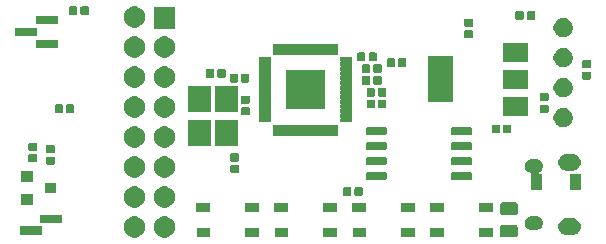
<source format=gbr>
G04 #@! TF.GenerationSoftware,KiCad,Pcbnew,5.1.5+dfsg1-2build2*
G04 #@! TF.CreationDate,2021-09-24T14:29:39+01:00*
G04 #@! TF.ProjectId,picopak,7069636f-7061-46b2-9e6b-696361645f70,rev?*
G04 #@! TF.SameCoordinates,Original*
G04 #@! TF.FileFunction,Soldermask,Bot*
G04 #@! TF.FilePolarity,Negative*
%FSLAX46Y46*%
G04 Gerber Fmt 4.6, Leading zero omitted, Abs format (unit mm)*
G04 Created by KiCad (PCBNEW 5.1.5+dfsg1-2build2) date 2021-09-24 14:29:39*
%MOMM*%
%LPD*%
G04 APERTURE LIST*
%ADD10C,0.100000*%
G04 APERTURE END LIST*
D10*
G36*
X173163512Y-87503927D02*
G01*
X173312812Y-87533624D01*
X173476784Y-87601544D01*
X173624354Y-87700147D01*
X173749853Y-87825646D01*
X173848456Y-87973216D01*
X173916376Y-88137188D01*
X173940801Y-88259983D01*
X173951000Y-88311258D01*
X173951000Y-88488742D01*
X173946290Y-88512420D01*
X173916376Y-88662812D01*
X173848456Y-88826784D01*
X173749853Y-88974354D01*
X173624354Y-89099853D01*
X173476784Y-89198456D01*
X173312812Y-89266376D01*
X173163512Y-89296073D01*
X173138742Y-89301000D01*
X172961258Y-89301000D01*
X172936488Y-89296073D01*
X172787188Y-89266376D01*
X172623216Y-89198456D01*
X172475646Y-89099853D01*
X172350147Y-88974354D01*
X172251544Y-88826784D01*
X172183624Y-88662812D01*
X172153710Y-88512420D01*
X172149000Y-88488742D01*
X172149000Y-88311258D01*
X172159199Y-88259983D01*
X172183624Y-88137188D01*
X172251544Y-87973216D01*
X172350147Y-87825646D01*
X172475646Y-87700147D01*
X172623216Y-87601544D01*
X172787188Y-87533624D01*
X172936488Y-87503927D01*
X172961258Y-87499000D01*
X173138742Y-87499000D01*
X173163512Y-87503927D01*
G37*
G36*
X170623512Y-87503927D02*
G01*
X170772812Y-87533624D01*
X170936784Y-87601544D01*
X171084354Y-87700147D01*
X171209853Y-87825646D01*
X171308456Y-87973216D01*
X171376376Y-88137188D01*
X171400801Y-88259983D01*
X171411000Y-88311258D01*
X171411000Y-88488742D01*
X171406290Y-88512420D01*
X171376376Y-88662812D01*
X171308456Y-88826784D01*
X171209853Y-88974354D01*
X171084354Y-89099853D01*
X170936784Y-89198456D01*
X170772812Y-89266376D01*
X170623512Y-89296073D01*
X170598742Y-89301000D01*
X170421258Y-89301000D01*
X170396488Y-89296073D01*
X170247188Y-89266376D01*
X170083216Y-89198456D01*
X169935646Y-89099853D01*
X169810147Y-88974354D01*
X169711544Y-88826784D01*
X169643624Y-88662812D01*
X169613710Y-88512420D01*
X169609000Y-88488742D01*
X169609000Y-88311258D01*
X169619199Y-88259983D01*
X169643624Y-88137188D01*
X169711544Y-87973216D01*
X169810147Y-87825646D01*
X169935646Y-87700147D01*
X170083216Y-87601544D01*
X170247188Y-87533624D01*
X170396488Y-87503927D01*
X170421258Y-87499000D01*
X170598742Y-87499000D01*
X170623512Y-87503927D01*
G37*
G36*
X202784468Y-88203565D02*
G01*
X202823138Y-88215296D01*
X202858777Y-88234346D01*
X202890017Y-88259983D01*
X202915654Y-88291223D01*
X202934704Y-88326862D01*
X202946435Y-88365532D01*
X202951000Y-88411888D01*
X202951000Y-89063112D01*
X202946435Y-89109468D01*
X202934704Y-89148138D01*
X202915654Y-89183777D01*
X202890017Y-89215017D01*
X202858777Y-89240654D01*
X202823138Y-89259704D01*
X202784468Y-89271435D01*
X202738112Y-89276000D01*
X201661888Y-89276000D01*
X201615532Y-89271435D01*
X201576862Y-89259704D01*
X201541223Y-89240654D01*
X201509983Y-89215017D01*
X201484346Y-89183777D01*
X201465296Y-89148138D01*
X201453565Y-89109468D01*
X201449000Y-89063112D01*
X201449000Y-88411888D01*
X201453565Y-88365532D01*
X201465296Y-88326862D01*
X201484346Y-88291223D01*
X201509983Y-88259983D01*
X201541223Y-88234346D01*
X201576862Y-88215296D01*
X201615532Y-88203565D01*
X201661888Y-88199000D01*
X202738112Y-88199000D01*
X202784468Y-88203565D01*
G37*
G36*
X196726000Y-89251000D02*
G01*
X195574000Y-89251000D01*
X195574000Y-88499000D01*
X196726000Y-88499000D01*
X196726000Y-89251000D01*
G37*
G36*
X190126000Y-89251000D02*
G01*
X188974000Y-89251000D01*
X188974000Y-88499000D01*
X190126000Y-88499000D01*
X190126000Y-89251000D01*
G37*
G36*
X194251000Y-89251000D02*
G01*
X193099000Y-89251000D01*
X193099000Y-88499000D01*
X194251000Y-88499000D01*
X194251000Y-89251000D01*
G37*
G36*
X200851000Y-89251000D02*
G01*
X199699000Y-89251000D01*
X199699000Y-88499000D01*
X200851000Y-88499000D01*
X200851000Y-89251000D01*
G37*
G36*
X183526000Y-89251000D02*
G01*
X182374000Y-89251000D01*
X182374000Y-88499000D01*
X183526000Y-88499000D01*
X183526000Y-89251000D01*
G37*
G36*
X187651000Y-89251000D02*
G01*
X186499000Y-89251000D01*
X186499000Y-88499000D01*
X187651000Y-88499000D01*
X187651000Y-89251000D01*
G37*
G36*
X181051000Y-89251000D02*
G01*
X179899000Y-89251000D01*
X179899000Y-88499000D01*
X181051000Y-88499000D01*
X181051000Y-89251000D01*
G37*
G36*
X176926000Y-89251000D02*
G01*
X175774000Y-89251000D01*
X175774000Y-88499000D01*
X176926000Y-88499000D01*
X176926000Y-89251000D01*
G37*
G36*
X207737421Y-87684143D02*
G01*
X207869557Y-87724227D01*
X207869559Y-87724228D01*
X207991339Y-87789320D01*
X208098080Y-87876920D01*
X208177110Y-87973218D01*
X208185679Y-87983660D01*
X208250773Y-88105443D01*
X208290857Y-88237579D01*
X208304391Y-88375000D01*
X208290857Y-88512421D01*
X208250773Y-88644557D01*
X208250772Y-88644559D01*
X208185680Y-88766339D01*
X208098080Y-88873080D01*
X207991339Y-88960680D01*
X207965758Y-88974353D01*
X207869557Y-89025773D01*
X207737421Y-89065857D01*
X207634432Y-89076000D01*
X207065568Y-89076000D01*
X206962579Y-89065857D01*
X206830443Y-89025773D01*
X206734242Y-88974353D01*
X206708661Y-88960680D01*
X206601920Y-88873080D01*
X206514320Y-88766339D01*
X206449228Y-88644559D01*
X206449227Y-88644557D01*
X206409143Y-88512421D01*
X206395609Y-88375000D01*
X206409143Y-88237579D01*
X206449227Y-88105443D01*
X206514321Y-87983660D01*
X206522891Y-87973218D01*
X206601920Y-87876920D01*
X206708661Y-87789320D01*
X206830441Y-87724228D01*
X206830443Y-87724227D01*
X206962579Y-87684143D01*
X207065568Y-87674000D01*
X207634432Y-87674000D01*
X207737421Y-87684143D01*
G37*
G36*
X162651000Y-89051000D02*
G01*
X160799000Y-89051000D01*
X160799000Y-88349000D01*
X162651000Y-88349000D01*
X162651000Y-89051000D01*
G37*
G36*
X204632916Y-87507334D02*
G01*
X204741492Y-87540271D01*
X204741495Y-87540272D01*
X204777601Y-87559571D01*
X204841557Y-87593756D01*
X204929264Y-87665736D01*
X205001244Y-87753443D01*
X205035429Y-87817399D01*
X205054728Y-87853505D01*
X205054729Y-87853508D01*
X205087666Y-87962084D01*
X205098787Y-88075000D01*
X205087666Y-88187916D01*
X205056327Y-88291223D01*
X205054728Y-88296495D01*
X205046837Y-88311258D01*
X205001244Y-88396557D01*
X204929264Y-88484264D01*
X204841557Y-88556244D01*
X204777601Y-88590429D01*
X204741495Y-88609728D01*
X204741492Y-88609729D01*
X204632916Y-88642666D01*
X204548298Y-88651000D01*
X204091702Y-88651000D01*
X204007084Y-88642666D01*
X203898508Y-88609729D01*
X203898505Y-88609728D01*
X203862399Y-88590429D01*
X203798443Y-88556244D01*
X203710736Y-88484264D01*
X203638756Y-88396557D01*
X203593163Y-88311258D01*
X203585272Y-88296495D01*
X203583673Y-88291223D01*
X203552334Y-88187916D01*
X203541213Y-88075000D01*
X203552334Y-87962084D01*
X203585271Y-87853508D01*
X203585272Y-87853505D01*
X203604571Y-87817399D01*
X203638756Y-87753443D01*
X203710736Y-87665736D01*
X203798443Y-87593756D01*
X203862399Y-87559571D01*
X203898505Y-87540272D01*
X203898508Y-87540271D01*
X204007084Y-87507334D01*
X204091702Y-87499000D01*
X204548298Y-87499000D01*
X204632916Y-87507334D01*
G37*
G36*
X164401000Y-88051000D02*
G01*
X162549000Y-88051000D01*
X162549000Y-87349000D01*
X164401000Y-87349000D01*
X164401000Y-88051000D01*
G37*
G36*
X202784468Y-86328565D02*
G01*
X202823138Y-86340296D01*
X202858777Y-86359346D01*
X202890017Y-86384983D01*
X202915654Y-86416223D01*
X202934704Y-86451862D01*
X202946435Y-86490532D01*
X202951000Y-86536888D01*
X202951000Y-87188112D01*
X202946435Y-87234468D01*
X202934704Y-87273138D01*
X202915654Y-87308777D01*
X202890017Y-87340017D01*
X202858777Y-87365654D01*
X202823138Y-87384704D01*
X202784468Y-87396435D01*
X202738112Y-87401000D01*
X201661888Y-87401000D01*
X201615532Y-87396435D01*
X201576862Y-87384704D01*
X201541223Y-87365654D01*
X201509983Y-87340017D01*
X201484346Y-87308777D01*
X201465296Y-87273138D01*
X201453565Y-87234468D01*
X201449000Y-87188112D01*
X201449000Y-86536888D01*
X201453565Y-86490532D01*
X201465296Y-86451862D01*
X201484346Y-86416223D01*
X201509983Y-86384983D01*
X201541223Y-86359346D01*
X201576862Y-86340296D01*
X201615532Y-86328565D01*
X201661888Y-86324000D01*
X202738112Y-86324000D01*
X202784468Y-86328565D01*
G37*
G36*
X190101000Y-87101000D02*
G01*
X188949000Y-87101000D01*
X188949000Y-86349000D01*
X190101000Y-86349000D01*
X190101000Y-87101000D01*
G37*
G36*
X181051000Y-87101000D02*
G01*
X179899000Y-87101000D01*
X179899000Y-86349000D01*
X181051000Y-86349000D01*
X181051000Y-87101000D01*
G37*
G36*
X187651000Y-87101000D02*
G01*
X186499000Y-87101000D01*
X186499000Y-86349000D01*
X187651000Y-86349000D01*
X187651000Y-87101000D01*
G37*
G36*
X200851000Y-87101000D02*
G01*
X199699000Y-87101000D01*
X199699000Y-86349000D01*
X200851000Y-86349000D01*
X200851000Y-87101000D01*
G37*
G36*
X176901000Y-87101000D02*
G01*
X175749000Y-87101000D01*
X175749000Y-86349000D01*
X176901000Y-86349000D01*
X176901000Y-87101000D01*
G37*
G36*
X196701000Y-87101000D02*
G01*
X195549000Y-87101000D01*
X195549000Y-86349000D01*
X196701000Y-86349000D01*
X196701000Y-87101000D01*
G37*
G36*
X194251000Y-87101000D02*
G01*
X193099000Y-87101000D01*
X193099000Y-86349000D01*
X194251000Y-86349000D01*
X194251000Y-87101000D01*
G37*
G36*
X183501000Y-87101000D02*
G01*
X182349000Y-87101000D01*
X182349000Y-86349000D01*
X183501000Y-86349000D01*
X183501000Y-87101000D01*
G37*
G36*
X173163512Y-84963927D02*
G01*
X173312812Y-84993624D01*
X173476784Y-85061544D01*
X173624354Y-85160147D01*
X173749853Y-85285646D01*
X173848456Y-85433216D01*
X173916376Y-85597188D01*
X173941113Y-85721553D01*
X173950949Y-85771000D01*
X173951000Y-85771259D01*
X173951000Y-85948741D01*
X173916376Y-86122812D01*
X173848456Y-86286784D01*
X173749853Y-86434354D01*
X173624354Y-86559853D01*
X173476784Y-86658456D01*
X173312812Y-86726376D01*
X173163512Y-86756073D01*
X173138742Y-86761000D01*
X172961258Y-86761000D01*
X172936488Y-86756073D01*
X172787188Y-86726376D01*
X172623216Y-86658456D01*
X172475646Y-86559853D01*
X172350147Y-86434354D01*
X172251544Y-86286784D01*
X172183624Y-86122812D01*
X172149000Y-85948741D01*
X172149000Y-85771259D01*
X172149052Y-85771000D01*
X172158887Y-85721553D01*
X172183624Y-85597188D01*
X172251544Y-85433216D01*
X172350147Y-85285646D01*
X172475646Y-85160147D01*
X172623216Y-85061544D01*
X172787188Y-84993624D01*
X172936488Y-84963927D01*
X172961258Y-84959000D01*
X173138742Y-84959000D01*
X173163512Y-84963927D01*
G37*
G36*
X170623512Y-84963927D02*
G01*
X170772812Y-84993624D01*
X170936784Y-85061544D01*
X171084354Y-85160147D01*
X171209853Y-85285646D01*
X171308456Y-85433216D01*
X171376376Y-85597188D01*
X171401113Y-85721553D01*
X171410949Y-85771000D01*
X171411000Y-85771259D01*
X171411000Y-85948741D01*
X171376376Y-86122812D01*
X171308456Y-86286784D01*
X171209853Y-86434354D01*
X171084354Y-86559853D01*
X170936784Y-86658456D01*
X170772812Y-86726376D01*
X170623512Y-86756073D01*
X170598742Y-86761000D01*
X170421258Y-86761000D01*
X170396488Y-86756073D01*
X170247188Y-86726376D01*
X170083216Y-86658456D01*
X169935646Y-86559853D01*
X169810147Y-86434354D01*
X169711544Y-86286784D01*
X169643624Y-86122812D01*
X169609000Y-85948741D01*
X169609000Y-85771259D01*
X169609052Y-85771000D01*
X169618887Y-85721553D01*
X169643624Y-85597188D01*
X169711544Y-85433216D01*
X169810147Y-85285646D01*
X169935646Y-85160147D01*
X170083216Y-85061544D01*
X170247188Y-84993624D01*
X170396488Y-84963927D01*
X170421258Y-84959000D01*
X170598742Y-84959000D01*
X170623512Y-84963927D01*
G37*
G36*
X161901000Y-86501000D02*
G01*
X160899000Y-86501000D01*
X160899000Y-85599000D01*
X161901000Y-85599000D01*
X161901000Y-86501000D01*
G37*
G36*
X189741938Y-85031716D02*
G01*
X189762557Y-85037971D01*
X189781553Y-85048124D01*
X189798208Y-85061792D01*
X189811876Y-85078447D01*
X189822029Y-85097443D01*
X189828284Y-85118062D01*
X189831000Y-85145640D01*
X189831000Y-85654360D01*
X189828284Y-85681938D01*
X189822029Y-85702557D01*
X189811876Y-85721553D01*
X189798208Y-85738208D01*
X189781553Y-85751876D01*
X189762557Y-85762029D01*
X189741938Y-85768284D01*
X189714360Y-85771000D01*
X189255640Y-85771000D01*
X189228062Y-85768284D01*
X189207443Y-85762029D01*
X189188447Y-85751876D01*
X189171792Y-85738208D01*
X189158124Y-85721553D01*
X189147971Y-85702557D01*
X189141716Y-85681938D01*
X189139000Y-85654360D01*
X189139000Y-85145640D01*
X189141716Y-85118062D01*
X189147971Y-85097443D01*
X189158124Y-85078447D01*
X189171792Y-85061792D01*
X189188447Y-85048124D01*
X189207443Y-85037971D01*
X189228062Y-85031716D01*
X189255640Y-85029000D01*
X189714360Y-85029000D01*
X189741938Y-85031716D01*
G37*
G36*
X188771938Y-85031716D02*
G01*
X188792557Y-85037971D01*
X188811553Y-85048124D01*
X188828208Y-85061792D01*
X188841876Y-85078447D01*
X188852029Y-85097443D01*
X188858284Y-85118062D01*
X188861000Y-85145640D01*
X188861000Y-85654360D01*
X188858284Y-85681938D01*
X188852029Y-85702557D01*
X188841876Y-85721553D01*
X188828208Y-85738208D01*
X188811553Y-85751876D01*
X188792557Y-85762029D01*
X188771938Y-85768284D01*
X188744360Y-85771000D01*
X188285640Y-85771000D01*
X188258062Y-85768284D01*
X188237443Y-85762029D01*
X188218447Y-85751876D01*
X188201792Y-85738208D01*
X188188124Y-85721553D01*
X188177971Y-85702557D01*
X188171716Y-85681938D01*
X188169000Y-85654360D01*
X188169000Y-85145640D01*
X188171716Y-85118062D01*
X188177971Y-85097443D01*
X188188124Y-85078447D01*
X188201792Y-85061792D01*
X188218447Y-85048124D01*
X188237443Y-85037971D01*
X188258062Y-85031716D01*
X188285640Y-85029000D01*
X188744360Y-85029000D01*
X188771938Y-85031716D01*
G37*
G36*
X163901000Y-85551000D02*
G01*
X162899000Y-85551000D01*
X162899000Y-84649000D01*
X163901000Y-84649000D01*
X163901000Y-85551000D01*
G37*
G36*
X208351000Y-85251000D02*
G01*
X207349000Y-85251000D01*
X207349000Y-83949000D01*
X208351000Y-83949000D01*
X208351000Y-85251000D01*
G37*
G36*
X204632916Y-82657334D02*
G01*
X204741492Y-82690271D01*
X204741495Y-82690272D01*
X204777601Y-82709571D01*
X204841557Y-82743756D01*
X204929264Y-82815736D01*
X205001244Y-82903443D01*
X205015973Y-82931000D01*
X205054728Y-83003505D01*
X205054729Y-83003508D01*
X205087666Y-83112084D01*
X205098787Y-83225000D01*
X205087666Y-83337916D01*
X205061831Y-83423080D01*
X205054728Y-83446495D01*
X205035429Y-83482601D01*
X205001244Y-83546557D01*
X204929264Y-83634264D01*
X204841557Y-83706244D01*
X204827476Y-83713770D01*
X204807116Y-83727375D01*
X204789789Y-83744702D01*
X204776175Y-83765076D01*
X204766798Y-83787715D01*
X204762017Y-83811748D01*
X204762017Y-83836252D01*
X204766797Y-83860286D01*
X204776174Y-83882925D01*
X204789788Y-83903299D01*
X204807115Y-83920626D01*
X204827489Y-83934240D01*
X204850128Y-83943617D01*
X204874161Y-83948398D01*
X204886414Y-83949000D01*
X205051000Y-83949000D01*
X205051000Y-85251000D01*
X204049000Y-85251000D01*
X204049000Y-83898086D01*
X204046598Y-83873700D01*
X204039485Y-83850251D01*
X204027934Y-83828640D01*
X204012389Y-83809698D01*
X203993447Y-83794153D01*
X203960290Y-83778471D01*
X203898508Y-83759729D01*
X203798443Y-83706244D01*
X203710736Y-83634264D01*
X203638756Y-83546557D01*
X203604571Y-83482601D01*
X203585272Y-83446495D01*
X203578169Y-83423080D01*
X203552334Y-83337916D01*
X203541213Y-83225000D01*
X203552334Y-83112084D01*
X203585271Y-83003508D01*
X203585272Y-83003505D01*
X203624027Y-82931000D01*
X203638756Y-82903443D01*
X203710736Y-82815736D01*
X203798443Y-82743756D01*
X203862399Y-82709571D01*
X203898505Y-82690272D01*
X203898508Y-82690271D01*
X204007084Y-82657334D01*
X204091702Y-82649000D01*
X204548298Y-82649000D01*
X204632916Y-82657334D01*
G37*
G36*
X161901000Y-84601000D02*
G01*
X160899000Y-84601000D01*
X160899000Y-83699000D01*
X161901000Y-83699000D01*
X161901000Y-84601000D01*
G37*
G36*
X198959928Y-83756764D02*
G01*
X198981009Y-83763160D01*
X199000445Y-83773548D01*
X199017476Y-83787524D01*
X199031452Y-83804555D01*
X199041840Y-83823991D01*
X199048236Y-83845072D01*
X199051000Y-83873140D01*
X199051000Y-84336860D01*
X199048236Y-84364928D01*
X199041840Y-84386009D01*
X199031452Y-84405445D01*
X199017476Y-84422476D01*
X199000445Y-84436452D01*
X198981009Y-84446840D01*
X198959928Y-84453236D01*
X198931860Y-84456000D01*
X197468140Y-84456000D01*
X197440072Y-84453236D01*
X197418991Y-84446840D01*
X197399555Y-84436452D01*
X197382524Y-84422476D01*
X197368548Y-84405445D01*
X197358160Y-84386009D01*
X197351764Y-84364928D01*
X197349000Y-84336860D01*
X197349000Y-83873140D01*
X197351764Y-83845072D01*
X197358160Y-83823991D01*
X197368548Y-83804555D01*
X197382524Y-83787524D01*
X197399555Y-83773548D01*
X197418991Y-83763160D01*
X197440072Y-83756764D01*
X197468140Y-83754000D01*
X198931860Y-83754000D01*
X198959928Y-83756764D01*
G37*
G36*
X191759928Y-83756764D02*
G01*
X191781009Y-83763160D01*
X191800445Y-83773548D01*
X191817476Y-83787524D01*
X191831452Y-83804555D01*
X191841840Y-83823991D01*
X191848236Y-83845072D01*
X191851000Y-83873140D01*
X191851000Y-84336860D01*
X191848236Y-84364928D01*
X191841840Y-84386009D01*
X191831452Y-84405445D01*
X191817476Y-84422476D01*
X191800445Y-84436452D01*
X191781009Y-84446840D01*
X191759928Y-84453236D01*
X191731860Y-84456000D01*
X190268140Y-84456000D01*
X190240072Y-84453236D01*
X190218991Y-84446840D01*
X190199555Y-84436452D01*
X190182524Y-84422476D01*
X190168548Y-84405445D01*
X190158160Y-84386009D01*
X190151764Y-84364928D01*
X190149000Y-84336860D01*
X190149000Y-83873140D01*
X190151764Y-83845072D01*
X190158160Y-83823991D01*
X190168548Y-83804555D01*
X190182524Y-83787524D01*
X190199555Y-83773548D01*
X190218991Y-83763160D01*
X190240072Y-83756764D01*
X190268140Y-83754000D01*
X191731860Y-83754000D01*
X191759928Y-83756764D01*
G37*
G36*
X173163512Y-82423927D02*
G01*
X173312812Y-82453624D01*
X173476784Y-82521544D01*
X173624354Y-82620147D01*
X173749853Y-82745646D01*
X173848456Y-82893216D01*
X173916376Y-83057188D01*
X173951000Y-83231259D01*
X173951000Y-83408741D01*
X173916376Y-83582812D01*
X173848456Y-83746784D01*
X173749853Y-83894354D01*
X173624354Y-84019853D01*
X173476784Y-84118456D01*
X173312812Y-84186376D01*
X173163512Y-84216073D01*
X173138742Y-84221000D01*
X172961258Y-84221000D01*
X172936488Y-84216073D01*
X172787188Y-84186376D01*
X172623216Y-84118456D01*
X172475646Y-84019853D01*
X172350147Y-83894354D01*
X172251544Y-83746784D01*
X172183624Y-83582812D01*
X172149000Y-83408741D01*
X172149000Y-83231259D01*
X172183624Y-83057188D01*
X172251544Y-82893216D01*
X172350147Y-82745646D01*
X172475646Y-82620147D01*
X172623216Y-82521544D01*
X172787188Y-82453624D01*
X172936488Y-82423927D01*
X172961258Y-82419000D01*
X173138742Y-82419000D01*
X173163512Y-82423927D01*
G37*
G36*
X170623512Y-82423927D02*
G01*
X170772812Y-82453624D01*
X170936784Y-82521544D01*
X171084354Y-82620147D01*
X171209853Y-82745646D01*
X171308456Y-82893216D01*
X171376376Y-83057188D01*
X171411000Y-83231259D01*
X171411000Y-83408741D01*
X171376376Y-83582812D01*
X171308456Y-83746784D01*
X171209853Y-83894354D01*
X171084354Y-84019853D01*
X170936784Y-84118456D01*
X170772812Y-84186376D01*
X170623512Y-84216073D01*
X170598742Y-84221000D01*
X170421258Y-84221000D01*
X170396488Y-84216073D01*
X170247188Y-84186376D01*
X170083216Y-84118456D01*
X169935646Y-84019853D01*
X169810147Y-83894354D01*
X169711544Y-83746784D01*
X169643624Y-83582812D01*
X169609000Y-83408741D01*
X169609000Y-83231259D01*
X169643624Y-83057188D01*
X169711544Y-82893216D01*
X169810147Y-82745646D01*
X169935646Y-82620147D01*
X170083216Y-82521544D01*
X170247188Y-82453624D01*
X170396488Y-82423927D01*
X170421258Y-82419000D01*
X170598742Y-82419000D01*
X170623512Y-82423927D01*
G37*
G36*
X179281938Y-83141716D02*
G01*
X179302557Y-83147971D01*
X179321553Y-83158124D01*
X179338208Y-83171792D01*
X179351876Y-83188447D01*
X179362029Y-83207443D01*
X179368284Y-83228062D01*
X179371000Y-83255640D01*
X179371000Y-83714360D01*
X179368284Y-83741938D01*
X179362029Y-83762557D01*
X179351876Y-83781553D01*
X179338208Y-83798208D01*
X179321553Y-83811876D01*
X179302557Y-83822029D01*
X179281938Y-83828284D01*
X179254360Y-83831000D01*
X178745640Y-83831000D01*
X178718062Y-83828284D01*
X178697443Y-83822029D01*
X178678447Y-83811876D01*
X178661792Y-83798208D01*
X178648124Y-83781553D01*
X178637971Y-83762557D01*
X178631716Y-83741938D01*
X178629000Y-83714360D01*
X178629000Y-83255640D01*
X178631716Y-83228062D01*
X178637971Y-83207443D01*
X178648124Y-83188447D01*
X178661792Y-83171792D01*
X178678447Y-83158124D01*
X178697443Y-83147971D01*
X178718062Y-83141716D01*
X178745640Y-83139000D01*
X179254360Y-83139000D01*
X179281938Y-83141716D01*
G37*
G36*
X207737421Y-82234143D02*
G01*
X207869557Y-82274227D01*
X207869559Y-82274228D01*
X207991339Y-82339320D01*
X208098080Y-82426920D01*
X208185680Y-82533661D01*
X208231907Y-82620147D01*
X208250773Y-82655443D01*
X208290857Y-82787579D01*
X208304391Y-82925000D01*
X208290857Y-83062421D01*
X208252626Y-83188447D01*
X208250772Y-83194559D01*
X208185680Y-83316339D01*
X208098080Y-83423080D01*
X207991339Y-83510680D01*
X207924217Y-83546557D01*
X207869557Y-83575773D01*
X207737421Y-83615857D01*
X207634432Y-83626000D01*
X207065568Y-83626000D01*
X206962579Y-83615857D01*
X206830443Y-83575773D01*
X206775783Y-83546557D01*
X206708661Y-83510680D01*
X206601920Y-83423080D01*
X206514320Y-83316339D01*
X206449228Y-83194559D01*
X206447374Y-83188447D01*
X206409143Y-83062421D01*
X206395609Y-82925000D01*
X206409143Y-82787579D01*
X206449227Y-82655443D01*
X206468093Y-82620147D01*
X206514320Y-82533661D01*
X206601920Y-82426920D01*
X206708661Y-82339320D01*
X206830441Y-82274228D01*
X206830443Y-82274227D01*
X206962579Y-82234143D01*
X207065568Y-82224000D01*
X207634432Y-82224000D01*
X207737421Y-82234143D01*
G37*
G36*
X198959928Y-82486764D02*
G01*
X198981009Y-82493160D01*
X199000445Y-82503548D01*
X199017476Y-82517524D01*
X199031452Y-82534555D01*
X199041840Y-82553991D01*
X199048236Y-82575072D01*
X199051000Y-82603140D01*
X199051000Y-83066860D01*
X199048236Y-83094928D01*
X199041840Y-83116009D01*
X199031452Y-83135445D01*
X199017476Y-83152476D01*
X199000445Y-83166452D01*
X198981009Y-83176840D01*
X198959928Y-83183236D01*
X198931860Y-83186000D01*
X197468140Y-83186000D01*
X197440072Y-83183236D01*
X197418991Y-83176840D01*
X197399555Y-83166452D01*
X197382524Y-83152476D01*
X197368548Y-83135445D01*
X197358160Y-83116009D01*
X197351764Y-83094928D01*
X197349000Y-83066860D01*
X197349000Y-82603140D01*
X197351764Y-82575072D01*
X197358160Y-82553991D01*
X197368548Y-82534555D01*
X197382524Y-82517524D01*
X197399555Y-82503548D01*
X197418991Y-82493160D01*
X197440072Y-82486764D01*
X197468140Y-82484000D01*
X198931860Y-82484000D01*
X198959928Y-82486764D01*
G37*
G36*
X191759928Y-82486764D02*
G01*
X191781009Y-82493160D01*
X191800445Y-82503548D01*
X191817476Y-82517524D01*
X191831452Y-82534555D01*
X191841840Y-82553991D01*
X191848236Y-82575072D01*
X191851000Y-82603140D01*
X191851000Y-83066860D01*
X191848236Y-83094928D01*
X191841840Y-83116009D01*
X191831452Y-83135445D01*
X191817476Y-83152476D01*
X191800445Y-83166452D01*
X191781009Y-83176840D01*
X191759928Y-83183236D01*
X191731860Y-83186000D01*
X190268140Y-83186000D01*
X190240072Y-83183236D01*
X190218991Y-83176840D01*
X190199555Y-83166452D01*
X190182524Y-83152476D01*
X190168548Y-83135445D01*
X190158160Y-83116009D01*
X190151764Y-83094928D01*
X190149000Y-83066860D01*
X190149000Y-82603140D01*
X190151764Y-82575072D01*
X190158160Y-82553991D01*
X190168548Y-82534555D01*
X190182524Y-82517524D01*
X190199555Y-82503548D01*
X190218991Y-82493160D01*
X190240072Y-82486764D01*
X190268140Y-82484000D01*
X191731860Y-82484000D01*
X191759928Y-82486764D01*
G37*
G36*
X163681938Y-82441716D02*
G01*
X163702557Y-82447971D01*
X163721553Y-82458124D01*
X163738208Y-82471792D01*
X163751876Y-82488447D01*
X163762029Y-82507443D01*
X163768284Y-82528062D01*
X163771000Y-82555640D01*
X163771000Y-83014360D01*
X163768284Y-83041938D01*
X163762029Y-83062557D01*
X163751876Y-83081553D01*
X163738208Y-83098208D01*
X163721553Y-83111876D01*
X163702557Y-83122029D01*
X163681938Y-83128284D01*
X163654360Y-83131000D01*
X163145640Y-83131000D01*
X163118062Y-83128284D01*
X163097443Y-83122029D01*
X163078447Y-83111876D01*
X163061792Y-83098208D01*
X163048124Y-83081553D01*
X163037971Y-83062557D01*
X163031716Y-83041938D01*
X163029000Y-83014360D01*
X163029000Y-82555640D01*
X163031716Y-82528062D01*
X163037971Y-82507443D01*
X163048124Y-82488447D01*
X163061792Y-82471792D01*
X163078447Y-82458124D01*
X163097443Y-82447971D01*
X163118062Y-82441716D01*
X163145640Y-82439000D01*
X163654360Y-82439000D01*
X163681938Y-82441716D01*
G37*
G36*
X162181938Y-82241716D02*
G01*
X162202557Y-82247971D01*
X162221553Y-82258124D01*
X162238208Y-82271792D01*
X162251876Y-82288447D01*
X162262029Y-82307443D01*
X162268284Y-82328062D01*
X162271000Y-82355640D01*
X162271000Y-82814360D01*
X162268284Y-82841938D01*
X162262029Y-82862557D01*
X162251876Y-82881553D01*
X162238208Y-82898208D01*
X162221553Y-82911876D01*
X162202557Y-82922029D01*
X162181938Y-82928284D01*
X162154360Y-82931000D01*
X161645640Y-82931000D01*
X161618062Y-82928284D01*
X161597443Y-82922029D01*
X161578447Y-82911876D01*
X161561792Y-82898208D01*
X161548124Y-82881553D01*
X161537971Y-82862557D01*
X161531716Y-82841938D01*
X161529000Y-82814360D01*
X161529000Y-82355640D01*
X161531716Y-82328062D01*
X161537971Y-82307443D01*
X161548124Y-82288447D01*
X161561792Y-82271792D01*
X161578447Y-82258124D01*
X161597443Y-82247971D01*
X161618062Y-82241716D01*
X161645640Y-82239000D01*
X162154360Y-82239000D01*
X162181938Y-82241716D01*
G37*
G36*
X179281938Y-82171716D02*
G01*
X179302557Y-82177971D01*
X179321553Y-82188124D01*
X179338208Y-82201792D01*
X179351876Y-82218447D01*
X179362029Y-82237443D01*
X179368284Y-82258062D01*
X179371000Y-82285640D01*
X179371000Y-82744360D01*
X179368284Y-82771938D01*
X179362029Y-82792557D01*
X179351876Y-82811553D01*
X179338208Y-82828208D01*
X179321553Y-82841876D01*
X179302557Y-82852029D01*
X179281938Y-82858284D01*
X179254360Y-82861000D01*
X178745640Y-82861000D01*
X178718062Y-82858284D01*
X178697443Y-82852029D01*
X178678447Y-82841876D01*
X178661792Y-82828208D01*
X178648124Y-82811553D01*
X178637971Y-82792557D01*
X178631716Y-82771938D01*
X178629000Y-82744360D01*
X178629000Y-82285640D01*
X178631716Y-82258062D01*
X178637971Y-82237443D01*
X178648124Y-82218447D01*
X178661792Y-82201792D01*
X178678447Y-82188124D01*
X178697443Y-82177971D01*
X178718062Y-82171716D01*
X178745640Y-82169000D01*
X179254360Y-82169000D01*
X179281938Y-82171716D01*
G37*
G36*
X163681938Y-81471716D02*
G01*
X163702557Y-81477971D01*
X163721553Y-81488124D01*
X163738208Y-81501792D01*
X163751876Y-81518447D01*
X163762029Y-81537443D01*
X163768284Y-81558062D01*
X163771000Y-81585640D01*
X163771000Y-82044360D01*
X163768284Y-82071938D01*
X163762029Y-82092557D01*
X163751876Y-82111553D01*
X163738208Y-82128208D01*
X163721553Y-82141876D01*
X163702557Y-82152029D01*
X163681938Y-82158284D01*
X163654360Y-82161000D01*
X163145640Y-82161000D01*
X163118062Y-82158284D01*
X163097443Y-82152029D01*
X163078447Y-82141876D01*
X163061792Y-82128208D01*
X163048124Y-82111553D01*
X163037971Y-82092557D01*
X163031716Y-82071938D01*
X163029000Y-82044360D01*
X163029000Y-81585640D01*
X163031716Y-81558062D01*
X163037971Y-81537443D01*
X163048124Y-81518447D01*
X163061792Y-81501792D01*
X163078447Y-81488124D01*
X163097443Y-81477971D01*
X163118062Y-81471716D01*
X163145640Y-81469000D01*
X163654360Y-81469000D01*
X163681938Y-81471716D01*
G37*
G36*
X162181938Y-81271716D02*
G01*
X162202557Y-81277971D01*
X162221553Y-81288124D01*
X162238208Y-81301792D01*
X162251876Y-81318447D01*
X162262029Y-81337443D01*
X162268284Y-81358062D01*
X162271000Y-81385640D01*
X162271000Y-81844360D01*
X162268284Y-81871938D01*
X162262029Y-81892557D01*
X162251876Y-81911553D01*
X162238208Y-81928208D01*
X162221553Y-81941876D01*
X162202557Y-81952029D01*
X162181938Y-81958284D01*
X162154360Y-81961000D01*
X161645640Y-81961000D01*
X161618062Y-81958284D01*
X161597443Y-81952029D01*
X161578447Y-81941876D01*
X161561792Y-81928208D01*
X161548124Y-81911553D01*
X161537971Y-81892557D01*
X161531716Y-81871938D01*
X161529000Y-81844360D01*
X161529000Y-81385640D01*
X161531716Y-81358062D01*
X161537971Y-81337443D01*
X161548124Y-81318447D01*
X161561792Y-81301792D01*
X161578447Y-81288124D01*
X161597443Y-81277971D01*
X161618062Y-81271716D01*
X161645640Y-81269000D01*
X162154360Y-81269000D01*
X162181938Y-81271716D01*
G37*
G36*
X198959928Y-81216764D02*
G01*
X198981009Y-81223160D01*
X199000445Y-81233548D01*
X199017476Y-81247524D01*
X199031452Y-81264555D01*
X199041840Y-81283991D01*
X199048236Y-81305072D01*
X199051000Y-81333140D01*
X199051000Y-81796860D01*
X199048236Y-81824928D01*
X199041840Y-81846009D01*
X199031452Y-81865445D01*
X199017476Y-81882476D01*
X199000445Y-81896452D01*
X198981009Y-81906840D01*
X198959928Y-81913236D01*
X198931860Y-81916000D01*
X197468140Y-81916000D01*
X197440072Y-81913236D01*
X197418991Y-81906840D01*
X197399555Y-81896452D01*
X197382524Y-81882476D01*
X197368548Y-81865445D01*
X197358160Y-81846009D01*
X197351764Y-81824928D01*
X197349000Y-81796860D01*
X197349000Y-81333140D01*
X197351764Y-81305072D01*
X197358160Y-81283991D01*
X197368548Y-81264555D01*
X197382524Y-81247524D01*
X197399555Y-81233548D01*
X197418991Y-81223160D01*
X197440072Y-81216764D01*
X197468140Y-81214000D01*
X198931860Y-81214000D01*
X198959928Y-81216764D01*
G37*
G36*
X191759928Y-81216764D02*
G01*
X191781009Y-81223160D01*
X191800445Y-81233548D01*
X191817476Y-81247524D01*
X191831452Y-81264555D01*
X191841840Y-81283991D01*
X191848236Y-81305072D01*
X191851000Y-81333140D01*
X191851000Y-81796860D01*
X191848236Y-81824928D01*
X191841840Y-81846009D01*
X191831452Y-81865445D01*
X191817476Y-81882476D01*
X191800445Y-81896452D01*
X191781009Y-81906840D01*
X191759928Y-81913236D01*
X191731860Y-81916000D01*
X190268140Y-81916000D01*
X190240072Y-81913236D01*
X190218991Y-81906840D01*
X190199555Y-81896452D01*
X190182524Y-81882476D01*
X190168548Y-81865445D01*
X190158160Y-81846009D01*
X190151764Y-81824928D01*
X190149000Y-81796860D01*
X190149000Y-81333140D01*
X190151764Y-81305072D01*
X190158160Y-81283991D01*
X190168548Y-81264555D01*
X190182524Y-81247524D01*
X190199555Y-81233548D01*
X190218991Y-81223160D01*
X190240072Y-81216764D01*
X190268140Y-81214000D01*
X191731860Y-81214000D01*
X191759928Y-81216764D01*
G37*
G36*
X170623512Y-79883927D02*
G01*
X170772812Y-79913624D01*
X170936784Y-79981544D01*
X171084354Y-80080147D01*
X171209853Y-80205646D01*
X171308456Y-80353216D01*
X171376376Y-80517188D01*
X171411000Y-80691259D01*
X171411000Y-80868741D01*
X171376376Y-81042812D01*
X171308456Y-81206784D01*
X171209853Y-81354354D01*
X171084354Y-81479853D01*
X170936784Y-81578456D01*
X170772812Y-81646376D01*
X170623512Y-81676073D01*
X170598742Y-81681000D01*
X170421258Y-81681000D01*
X170396488Y-81676073D01*
X170247188Y-81646376D01*
X170083216Y-81578456D01*
X169935646Y-81479853D01*
X169810147Y-81354354D01*
X169711544Y-81206784D01*
X169643624Y-81042812D01*
X169609000Y-80868741D01*
X169609000Y-80691259D01*
X169643624Y-80517188D01*
X169711544Y-80353216D01*
X169810147Y-80205646D01*
X169935646Y-80080147D01*
X170083216Y-79981544D01*
X170247188Y-79913624D01*
X170396488Y-79883927D01*
X170421258Y-79879000D01*
X170598742Y-79879000D01*
X170623512Y-79883927D01*
G37*
G36*
X173163512Y-79883927D02*
G01*
X173312812Y-79913624D01*
X173476784Y-79981544D01*
X173624354Y-80080147D01*
X173749853Y-80205646D01*
X173848456Y-80353216D01*
X173916376Y-80517188D01*
X173951000Y-80691259D01*
X173951000Y-80868741D01*
X173916376Y-81042812D01*
X173848456Y-81206784D01*
X173749853Y-81354354D01*
X173624354Y-81479853D01*
X173476784Y-81578456D01*
X173312812Y-81646376D01*
X173163512Y-81676073D01*
X173138742Y-81681000D01*
X172961258Y-81681000D01*
X172936488Y-81676073D01*
X172787188Y-81646376D01*
X172623216Y-81578456D01*
X172475646Y-81479853D01*
X172350147Y-81354354D01*
X172251544Y-81206784D01*
X172183624Y-81042812D01*
X172149000Y-80868741D01*
X172149000Y-80691259D01*
X172183624Y-80517188D01*
X172251544Y-80353216D01*
X172350147Y-80205646D01*
X172475646Y-80080147D01*
X172623216Y-79981544D01*
X172787188Y-79913624D01*
X172936488Y-79883927D01*
X172961258Y-79879000D01*
X173138742Y-79879000D01*
X173163512Y-79883927D01*
G37*
G36*
X176951000Y-81551000D02*
G01*
X175049000Y-81551000D01*
X175049000Y-79349000D01*
X176951000Y-79349000D01*
X176951000Y-81551000D01*
G37*
G36*
X179251000Y-81551000D02*
G01*
X177349000Y-81551000D01*
X177349000Y-79349000D01*
X179251000Y-79349000D01*
X179251000Y-81551000D01*
G37*
G36*
X182540416Y-79749843D02*
G01*
X182544556Y-79751099D01*
X182563716Y-79759035D01*
X182587750Y-79763815D01*
X182612254Y-79763815D01*
X182636287Y-79759034D01*
X182655445Y-79751099D01*
X182659584Y-79749843D01*
X182668143Y-79749000D01*
X182931857Y-79749000D01*
X182940416Y-79749843D01*
X182944556Y-79751099D01*
X182963716Y-79759035D01*
X182987750Y-79763815D01*
X183012254Y-79763815D01*
X183036287Y-79759034D01*
X183055445Y-79751099D01*
X183059584Y-79749843D01*
X183068143Y-79749000D01*
X183331857Y-79749000D01*
X183340416Y-79749843D01*
X183344556Y-79751099D01*
X183363716Y-79759035D01*
X183387750Y-79763815D01*
X183412254Y-79763815D01*
X183436287Y-79759034D01*
X183455445Y-79751099D01*
X183459584Y-79749843D01*
X183468143Y-79749000D01*
X183731857Y-79749000D01*
X183740416Y-79749843D01*
X183744556Y-79751099D01*
X183763716Y-79759035D01*
X183787750Y-79763815D01*
X183812254Y-79763815D01*
X183836287Y-79759034D01*
X183855445Y-79751099D01*
X183859584Y-79749843D01*
X183868143Y-79749000D01*
X184131857Y-79749000D01*
X184140416Y-79749843D01*
X184144556Y-79751099D01*
X184163716Y-79759035D01*
X184187750Y-79763815D01*
X184212254Y-79763815D01*
X184236287Y-79759034D01*
X184255445Y-79751099D01*
X184259584Y-79749843D01*
X184268143Y-79749000D01*
X184531857Y-79749000D01*
X184540416Y-79749843D01*
X184544556Y-79751099D01*
X184563716Y-79759035D01*
X184587750Y-79763815D01*
X184612254Y-79763815D01*
X184636287Y-79759034D01*
X184655445Y-79751099D01*
X184659584Y-79749843D01*
X184668143Y-79749000D01*
X184931857Y-79749000D01*
X184940416Y-79749843D01*
X184944556Y-79751099D01*
X184963716Y-79759035D01*
X184987750Y-79763815D01*
X185012254Y-79763815D01*
X185036287Y-79759034D01*
X185055445Y-79751099D01*
X185059584Y-79749843D01*
X185068143Y-79749000D01*
X185331857Y-79749000D01*
X185340416Y-79749843D01*
X185344556Y-79751099D01*
X185363716Y-79759035D01*
X185387750Y-79763815D01*
X185412254Y-79763815D01*
X185436287Y-79759034D01*
X185455445Y-79751099D01*
X185459584Y-79749843D01*
X185468143Y-79749000D01*
X185731857Y-79749000D01*
X185740416Y-79749843D01*
X185744556Y-79751099D01*
X185763716Y-79759035D01*
X185787750Y-79763815D01*
X185812254Y-79763815D01*
X185836287Y-79759034D01*
X185855445Y-79751099D01*
X185859584Y-79749843D01*
X185868143Y-79749000D01*
X186131857Y-79749000D01*
X186140416Y-79749843D01*
X186144556Y-79751099D01*
X186163716Y-79759035D01*
X186187750Y-79763815D01*
X186212254Y-79763815D01*
X186236287Y-79759034D01*
X186255445Y-79751099D01*
X186259584Y-79749843D01*
X186268143Y-79749000D01*
X186531857Y-79749000D01*
X186540416Y-79749843D01*
X186544556Y-79751099D01*
X186563716Y-79759035D01*
X186587750Y-79763815D01*
X186612254Y-79763815D01*
X186636287Y-79759034D01*
X186655445Y-79751099D01*
X186659584Y-79749843D01*
X186668143Y-79749000D01*
X186931857Y-79749000D01*
X186940416Y-79749843D01*
X186944556Y-79751099D01*
X186963716Y-79759035D01*
X186987750Y-79763815D01*
X187012254Y-79763815D01*
X187036287Y-79759034D01*
X187055445Y-79751099D01*
X187059584Y-79749843D01*
X187068143Y-79749000D01*
X187331857Y-79749000D01*
X187340416Y-79749843D01*
X187344556Y-79751099D01*
X187363716Y-79759035D01*
X187387750Y-79763815D01*
X187412254Y-79763815D01*
X187436287Y-79759034D01*
X187455445Y-79751099D01*
X187459584Y-79749843D01*
X187468143Y-79749000D01*
X187731857Y-79749000D01*
X187740416Y-79749843D01*
X187742745Y-79750550D01*
X187744887Y-79751695D01*
X187746765Y-79753235D01*
X187748305Y-79755113D01*
X187749450Y-79757255D01*
X187750157Y-79759584D01*
X187751000Y-79768143D01*
X187751000Y-80706857D01*
X187750157Y-80715416D01*
X187749450Y-80717745D01*
X187748305Y-80719887D01*
X187746765Y-80721765D01*
X187744887Y-80723305D01*
X187742745Y-80724450D01*
X187740416Y-80725157D01*
X187731857Y-80726000D01*
X187468143Y-80726000D01*
X187459584Y-80725157D01*
X187455444Y-80723901D01*
X187436284Y-80715965D01*
X187412250Y-80711185D01*
X187387746Y-80711185D01*
X187363713Y-80715966D01*
X187344555Y-80723901D01*
X187340416Y-80725157D01*
X187331857Y-80726000D01*
X187068143Y-80726000D01*
X187059584Y-80725157D01*
X187055444Y-80723901D01*
X187036284Y-80715965D01*
X187012250Y-80711185D01*
X186987746Y-80711185D01*
X186963713Y-80715966D01*
X186944555Y-80723901D01*
X186940416Y-80725157D01*
X186931857Y-80726000D01*
X186668143Y-80726000D01*
X186659584Y-80725157D01*
X186655444Y-80723901D01*
X186636284Y-80715965D01*
X186612250Y-80711185D01*
X186587746Y-80711185D01*
X186563713Y-80715966D01*
X186544555Y-80723901D01*
X186540416Y-80725157D01*
X186531857Y-80726000D01*
X186268143Y-80726000D01*
X186259584Y-80725157D01*
X186255444Y-80723901D01*
X186236284Y-80715965D01*
X186212250Y-80711185D01*
X186187746Y-80711185D01*
X186163713Y-80715966D01*
X186144555Y-80723901D01*
X186140416Y-80725157D01*
X186131857Y-80726000D01*
X185868143Y-80726000D01*
X185859584Y-80725157D01*
X185855444Y-80723901D01*
X185836284Y-80715965D01*
X185812250Y-80711185D01*
X185787746Y-80711185D01*
X185763713Y-80715966D01*
X185744555Y-80723901D01*
X185740416Y-80725157D01*
X185731857Y-80726000D01*
X185468143Y-80726000D01*
X185459584Y-80725157D01*
X185455444Y-80723901D01*
X185436284Y-80715965D01*
X185412250Y-80711185D01*
X185387746Y-80711185D01*
X185363713Y-80715966D01*
X185344555Y-80723901D01*
X185340416Y-80725157D01*
X185331857Y-80726000D01*
X185068143Y-80726000D01*
X185059584Y-80725157D01*
X185055444Y-80723901D01*
X185036284Y-80715965D01*
X185012250Y-80711185D01*
X184987746Y-80711185D01*
X184963713Y-80715966D01*
X184944555Y-80723901D01*
X184940416Y-80725157D01*
X184931857Y-80726000D01*
X184668143Y-80726000D01*
X184659584Y-80725157D01*
X184655444Y-80723901D01*
X184636284Y-80715965D01*
X184612250Y-80711185D01*
X184587746Y-80711185D01*
X184563713Y-80715966D01*
X184544555Y-80723901D01*
X184540416Y-80725157D01*
X184531857Y-80726000D01*
X184268143Y-80726000D01*
X184259584Y-80725157D01*
X184255444Y-80723901D01*
X184236284Y-80715965D01*
X184212250Y-80711185D01*
X184187746Y-80711185D01*
X184163713Y-80715966D01*
X184144555Y-80723901D01*
X184140416Y-80725157D01*
X184131857Y-80726000D01*
X183868143Y-80726000D01*
X183859584Y-80725157D01*
X183855444Y-80723901D01*
X183836284Y-80715965D01*
X183812250Y-80711185D01*
X183787746Y-80711185D01*
X183763713Y-80715966D01*
X183744555Y-80723901D01*
X183740416Y-80725157D01*
X183731857Y-80726000D01*
X183468143Y-80726000D01*
X183459584Y-80725157D01*
X183455444Y-80723901D01*
X183436284Y-80715965D01*
X183412250Y-80711185D01*
X183387746Y-80711185D01*
X183363713Y-80715966D01*
X183344555Y-80723901D01*
X183340416Y-80725157D01*
X183331857Y-80726000D01*
X183068143Y-80726000D01*
X183059584Y-80725157D01*
X183055444Y-80723901D01*
X183036284Y-80715965D01*
X183012250Y-80711185D01*
X182987746Y-80711185D01*
X182963713Y-80715966D01*
X182944555Y-80723901D01*
X182940416Y-80725157D01*
X182931857Y-80726000D01*
X182668143Y-80726000D01*
X182659584Y-80725157D01*
X182655444Y-80723901D01*
X182636284Y-80715965D01*
X182612250Y-80711185D01*
X182587746Y-80711185D01*
X182563713Y-80715966D01*
X182544555Y-80723901D01*
X182540416Y-80725157D01*
X182531857Y-80726000D01*
X182268143Y-80726000D01*
X182259584Y-80725157D01*
X182257255Y-80724450D01*
X182255113Y-80723305D01*
X182253235Y-80721765D01*
X182251695Y-80719887D01*
X182250550Y-80717745D01*
X182249843Y-80715416D01*
X182249000Y-80706857D01*
X182249000Y-79768143D01*
X182249843Y-79759584D01*
X182250550Y-79757255D01*
X182251695Y-79755113D01*
X182253235Y-79753235D01*
X182255113Y-79751695D01*
X182257255Y-79750550D01*
X182259584Y-79749843D01*
X182268143Y-79749000D01*
X182531857Y-79749000D01*
X182540416Y-79749843D01*
G37*
G36*
X198959928Y-79946764D02*
G01*
X198981009Y-79953160D01*
X199000445Y-79963548D01*
X199017476Y-79977524D01*
X199031452Y-79994555D01*
X199041840Y-80013991D01*
X199048236Y-80035072D01*
X199051000Y-80063140D01*
X199051000Y-80526860D01*
X199048236Y-80554928D01*
X199041840Y-80576009D01*
X199031452Y-80595445D01*
X199017476Y-80612476D01*
X199000445Y-80626452D01*
X198981009Y-80636840D01*
X198959928Y-80643236D01*
X198931860Y-80646000D01*
X197468140Y-80646000D01*
X197440072Y-80643236D01*
X197418991Y-80636840D01*
X197399555Y-80626452D01*
X197382524Y-80612476D01*
X197368548Y-80595445D01*
X197358160Y-80576009D01*
X197351764Y-80554928D01*
X197349000Y-80526860D01*
X197349000Y-80063140D01*
X197351764Y-80035072D01*
X197358160Y-80013991D01*
X197368548Y-79994555D01*
X197382524Y-79977524D01*
X197399555Y-79963548D01*
X197418991Y-79953160D01*
X197440072Y-79946764D01*
X197468140Y-79944000D01*
X198931860Y-79944000D01*
X198959928Y-79946764D01*
G37*
G36*
X191759928Y-79946764D02*
G01*
X191781009Y-79953160D01*
X191800445Y-79963548D01*
X191817476Y-79977524D01*
X191831452Y-79994555D01*
X191841840Y-80013991D01*
X191848236Y-80035072D01*
X191851000Y-80063140D01*
X191851000Y-80526860D01*
X191848236Y-80554928D01*
X191841840Y-80576009D01*
X191831452Y-80595445D01*
X191817476Y-80612476D01*
X191800445Y-80626452D01*
X191781009Y-80636840D01*
X191759928Y-80643236D01*
X191731860Y-80646000D01*
X190268140Y-80646000D01*
X190240072Y-80643236D01*
X190218991Y-80636840D01*
X190199555Y-80626452D01*
X190182524Y-80612476D01*
X190168548Y-80595445D01*
X190158160Y-80576009D01*
X190151764Y-80554928D01*
X190149000Y-80526860D01*
X190149000Y-80063140D01*
X190151764Y-80035072D01*
X190158160Y-80013991D01*
X190168548Y-79994555D01*
X190182524Y-79977524D01*
X190199555Y-79963548D01*
X190218991Y-79953160D01*
X190240072Y-79946764D01*
X190268140Y-79944000D01*
X191731860Y-79944000D01*
X191759928Y-79946764D01*
G37*
G36*
X202341938Y-79731716D02*
G01*
X202362557Y-79737971D01*
X202381553Y-79748124D01*
X202398208Y-79761792D01*
X202411876Y-79778447D01*
X202422029Y-79797443D01*
X202428284Y-79818062D01*
X202431000Y-79845640D01*
X202431000Y-80354360D01*
X202428284Y-80381938D01*
X202422029Y-80402557D01*
X202411876Y-80421553D01*
X202398208Y-80438208D01*
X202381553Y-80451876D01*
X202362557Y-80462029D01*
X202341938Y-80468284D01*
X202314360Y-80471000D01*
X201855640Y-80471000D01*
X201828062Y-80468284D01*
X201807443Y-80462029D01*
X201788447Y-80451876D01*
X201771792Y-80438208D01*
X201758124Y-80421553D01*
X201747971Y-80402557D01*
X201741716Y-80381938D01*
X201739000Y-80354360D01*
X201739000Y-79845640D01*
X201741716Y-79818062D01*
X201747971Y-79797443D01*
X201758124Y-79778447D01*
X201771792Y-79761792D01*
X201788447Y-79748124D01*
X201807443Y-79737971D01*
X201828062Y-79731716D01*
X201855640Y-79729000D01*
X202314360Y-79729000D01*
X202341938Y-79731716D01*
G37*
G36*
X201371938Y-79731716D02*
G01*
X201392557Y-79737971D01*
X201411553Y-79748124D01*
X201428208Y-79761792D01*
X201441876Y-79778447D01*
X201452029Y-79797443D01*
X201458284Y-79818062D01*
X201461000Y-79845640D01*
X201461000Y-80354360D01*
X201458284Y-80381938D01*
X201452029Y-80402557D01*
X201441876Y-80421553D01*
X201428208Y-80438208D01*
X201411553Y-80451876D01*
X201392557Y-80462029D01*
X201371938Y-80468284D01*
X201344360Y-80471000D01*
X200885640Y-80471000D01*
X200858062Y-80468284D01*
X200837443Y-80462029D01*
X200818447Y-80451876D01*
X200801792Y-80438208D01*
X200788124Y-80421553D01*
X200777971Y-80402557D01*
X200771716Y-80381938D01*
X200769000Y-80354360D01*
X200769000Y-79845640D01*
X200771716Y-79818062D01*
X200777971Y-79797443D01*
X200788124Y-79778447D01*
X200801792Y-79761792D01*
X200818447Y-79748124D01*
X200837443Y-79737971D01*
X200858062Y-79731716D01*
X200885640Y-79729000D01*
X201344360Y-79729000D01*
X201371938Y-79731716D01*
G37*
G36*
X207037142Y-78363242D02*
G01*
X207185101Y-78424529D01*
X207318255Y-78513499D01*
X207431501Y-78626745D01*
X207520471Y-78759899D01*
X207581758Y-78907858D01*
X207613000Y-79064925D01*
X207613000Y-79225075D01*
X207581758Y-79382142D01*
X207520471Y-79530101D01*
X207431501Y-79663255D01*
X207318255Y-79776501D01*
X207185101Y-79865471D01*
X207037142Y-79926758D01*
X206880075Y-79958000D01*
X206719925Y-79958000D01*
X206562858Y-79926758D01*
X206414899Y-79865471D01*
X206281745Y-79776501D01*
X206168499Y-79663255D01*
X206079529Y-79530101D01*
X206018242Y-79382142D01*
X205987000Y-79225075D01*
X205987000Y-79064925D01*
X206018242Y-78907858D01*
X206079529Y-78759899D01*
X206168499Y-78626745D01*
X206281745Y-78513499D01*
X206414899Y-78424529D01*
X206562858Y-78363242D01*
X206719925Y-78332000D01*
X206880075Y-78332000D01*
X207037142Y-78363242D01*
G37*
G36*
X188915416Y-74049843D02*
G01*
X188917745Y-74050550D01*
X188919887Y-74051695D01*
X188921765Y-74053235D01*
X188923305Y-74055113D01*
X188924450Y-74057255D01*
X188925157Y-74059584D01*
X188926000Y-74068143D01*
X188926000Y-74331857D01*
X188925157Y-74340416D01*
X188923901Y-74344556D01*
X188915965Y-74363716D01*
X188911185Y-74387750D01*
X188911185Y-74412254D01*
X188915966Y-74436287D01*
X188923901Y-74455445D01*
X188925157Y-74459584D01*
X188926000Y-74468143D01*
X188926000Y-74731857D01*
X188925157Y-74740416D01*
X188923901Y-74744556D01*
X188915965Y-74763716D01*
X188911185Y-74787750D01*
X188911185Y-74812254D01*
X188915966Y-74836287D01*
X188923901Y-74855445D01*
X188925157Y-74859584D01*
X188926000Y-74868143D01*
X188926000Y-75131857D01*
X188925157Y-75140416D01*
X188923901Y-75144556D01*
X188915965Y-75163716D01*
X188911185Y-75187750D01*
X188911185Y-75212254D01*
X188915966Y-75236287D01*
X188923901Y-75255445D01*
X188925157Y-75259584D01*
X188926000Y-75268143D01*
X188926000Y-75531857D01*
X188925157Y-75540416D01*
X188923901Y-75544556D01*
X188915965Y-75563716D01*
X188911185Y-75587750D01*
X188911185Y-75612254D01*
X188915966Y-75636287D01*
X188923901Y-75655445D01*
X188925157Y-75659584D01*
X188926000Y-75668143D01*
X188926000Y-75931857D01*
X188925157Y-75940416D01*
X188923901Y-75944556D01*
X188915965Y-75963716D01*
X188911185Y-75987750D01*
X188911185Y-76012254D01*
X188915966Y-76036287D01*
X188923901Y-76055445D01*
X188925157Y-76059584D01*
X188926000Y-76068143D01*
X188926000Y-76331857D01*
X188925157Y-76340416D01*
X188923901Y-76344556D01*
X188915965Y-76363716D01*
X188911185Y-76387750D01*
X188911185Y-76412254D01*
X188915966Y-76436287D01*
X188923901Y-76455445D01*
X188925157Y-76459584D01*
X188926000Y-76468143D01*
X188926000Y-76731857D01*
X188925157Y-76740416D01*
X188923901Y-76744556D01*
X188915965Y-76763716D01*
X188911185Y-76787750D01*
X188911185Y-76812254D01*
X188915966Y-76836287D01*
X188923901Y-76855445D01*
X188925157Y-76859584D01*
X188926000Y-76868143D01*
X188926000Y-77131857D01*
X188925157Y-77140416D01*
X188923901Y-77144556D01*
X188915965Y-77163716D01*
X188911185Y-77187750D01*
X188911185Y-77212254D01*
X188915966Y-77236287D01*
X188923901Y-77255445D01*
X188925157Y-77259584D01*
X188926000Y-77268143D01*
X188926000Y-77531857D01*
X188925157Y-77540416D01*
X188923901Y-77544556D01*
X188915965Y-77563716D01*
X188911185Y-77587750D01*
X188911185Y-77612254D01*
X188915966Y-77636287D01*
X188923901Y-77655445D01*
X188925157Y-77659584D01*
X188926000Y-77668143D01*
X188926000Y-77931857D01*
X188925157Y-77940416D01*
X188923901Y-77944556D01*
X188915965Y-77963716D01*
X188911185Y-77987750D01*
X188911185Y-78012254D01*
X188915966Y-78036287D01*
X188923901Y-78055445D01*
X188925157Y-78059584D01*
X188926000Y-78068143D01*
X188926000Y-78331857D01*
X188925157Y-78340416D01*
X188923901Y-78344556D01*
X188915965Y-78363716D01*
X188911185Y-78387750D01*
X188911185Y-78412254D01*
X188915966Y-78436287D01*
X188923901Y-78455445D01*
X188925157Y-78459584D01*
X188926000Y-78468143D01*
X188926000Y-78731857D01*
X188925157Y-78740416D01*
X188923901Y-78744556D01*
X188915965Y-78763716D01*
X188911185Y-78787750D01*
X188911185Y-78812254D01*
X188915966Y-78836287D01*
X188923901Y-78855445D01*
X188925157Y-78859584D01*
X188926000Y-78868143D01*
X188926000Y-79131857D01*
X188925157Y-79140416D01*
X188923901Y-79144556D01*
X188915965Y-79163716D01*
X188911185Y-79187750D01*
X188911185Y-79212254D01*
X188915966Y-79236287D01*
X188923901Y-79255445D01*
X188925157Y-79259584D01*
X188926000Y-79268143D01*
X188926000Y-79531857D01*
X188925157Y-79540416D01*
X188924450Y-79542745D01*
X188923305Y-79544887D01*
X188921765Y-79546765D01*
X188919887Y-79548305D01*
X188917745Y-79549450D01*
X188915416Y-79550157D01*
X188906857Y-79551000D01*
X187968143Y-79551000D01*
X187959584Y-79550157D01*
X187957255Y-79549450D01*
X187955113Y-79548305D01*
X187953235Y-79546765D01*
X187951695Y-79544887D01*
X187950550Y-79542745D01*
X187949843Y-79540416D01*
X187949000Y-79531857D01*
X187949000Y-79268143D01*
X187949843Y-79259584D01*
X187951099Y-79255444D01*
X187959035Y-79236284D01*
X187963815Y-79212250D01*
X187963815Y-79187746D01*
X187959034Y-79163713D01*
X187951099Y-79144555D01*
X187949843Y-79140416D01*
X187949000Y-79131857D01*
X187949000Y-78868143D01*
X187949843Y-78859584D01*
X187951099Y-78855444D01*
X187959035Y-78836284D01*
X187963815Y-78812250D01*
X187963815Y-78787746D01*
X187959034Y-78763713D01*
X187951099Y-78744555D01*
X187949843Y-78740416D01*
X187949000Y-78731857D01*
X187949000Y-78468143D01*
X187949843Y-78459584D01*
X187951099Y-78455444D01*
X187959035Y-78436284D01*
X187963815Y-78412250D01*
X187963815Y-78387746D01*
X187959034Y-78363713D01*
X187951099Y-78344555D01*
X187949843Y-78340416D01*
X187949000Y-78331857D01*
X187949000Y-78068143D01*
X187949843Y-78059584D01*
X187951099Y-78055444D01*
X187959035Y-78036284D01*
X187963815Y-78012250D01*
X187963815Y-77987746D01*
X187959034Y-77963713D01*
X187951099Y-77944555D01*
X187949843Y-77940416D01*
X187949000Y-77931857D01*
X187949000Y-77668143D01*
X187949843Y-77659584D01*
X187951099Y-77655444D01*
X187959035Y-77636284D01*
X187963815Y-77612250D01*
X187963815Y-77587746D01*
X187959034Y-77563713D01*
X187951099Y-77544555D01*
X187949843Y-77540416D01*
X187949000Y-77531857D01*
X187949000Y-77268143D01*
X187949843Y-77259584D01*
X187951099Y-77255444D01*
X187959035Y-77236284D01*
X187963815Y-77212250D01*
X187963815Y-77187746D01*
X187959034Y-77163713D01*
X187951099Y-77144555D01*
X187949843Y-77140416D01*
X187949000Y-77131857D01*
X187949000Y-76868143D01*
X187949843Y-76859584D01*
X187951099Y-76855444D01*
X187959035Y-76836284D01*
X187963815Y-76812250D01*
X187963815Y-76787746D01*
X187959034Y-76763713D01*
X187951099Y-76744555D01*
X187949843Y-76740416D01*
X187949000Y-76731857D01*
X187949000Y-76468143D01*
X187949843Y-76459584D01*
X187951099Y-76455444D01*
X187959035Y-76436284D01*
X187963815Y-76412250D01*
X187963815Y-76387746D01*
X187959034Y-76363713D01*
X187951099Y-76344555D01*
X187949843Y-76340416D01*
X187949000Y-76331857D01*
X187949000Y-76068143D01*
X187949843Y-76059584D01*
X187951099Y-76055444D01*
X187959035Y-76036284D01*
X187963815Y-76012250D01*
X187963815Y-75987746D01*
X187959034Y-75963713D01*
X187951099Y-75944555D01*
X187949843Y-75940416D01*
X187949000Y-75931857D01*
X187949000Y-75668143D01*
X187949843Y-75659584D01*
X187951099Y-75655444D01*
X187959035Y-75636284D01*
X187963815Y-75612250D01*
X187963815Y-75587746D01*
X187959034Y-75563713D01*
X187951099Y-75544555D01*
X187949843Y-75540416D01*
X187949000Y-75531857D01*
X187949000Y-75268143D01*
X187949843Y-75259584D01*
X187951099Y-75255444D01*
X187959035Y-75236284D01*
X187963815Y-75212250D01*
X187963815Y-75187746D01*
X187959034Y-75163713D01*
X187951099Y-75144555D01*
X187949843Y-75140416D01*
X187949000Y-75131857D01*
X187949000Y-74868143D01*
X187949843Y-74859584D01*
X187951099Y-74855444D01*
X187959035Y-74836284D01*
X187963815Y-74812250D01*
X187963815Y-74787746D01*
X187959034Y-74763713D01*
X187951099Y-74744555D01*
X187949843Y-74740416D01*
X187949000Y-74731857D01*
X187949000Y-74468143D01*
X187949843Y-74459584D01*
X187951099Y-74455444D01*
X187959035Y-74436284D01*
X187963815Y-74412250D01*
X187963815Y-74387746D01*
X187959034Y-74363713D01*
X187951099Y-74344555D01*
X187949843Y-74340416D01*
X187949000Y-74331857D01*
X187949000Y-74068143D01*
X187949843Y-74059584D01*
X187950550Y-74057255D01*
X187951695Y-74055113D01*
X187953235Y-74053235D01*
X187955113Y-74051695D01*
X187957255Y-74050550D01*
X187959584Y-74049843D01*
X187968143Y-74049000D01*
X188906857Y-74049000D01*
X188915416Y-74049843D01*
G37*
G36*
X182040416Y-74049843D02*
G01*
X182042745Y-74050550D01*
X182044887Y-74051695D01*
X182046765Y-74053235D01*
X182048305Y-74055113D01*
X182049450Y-74057255D01*
X182050157Y-74059584D01*
X182051000Y-74068143D01*
X182051000Y-74331857D01*
X182050157Y-74340416D01*
X182048901Y-74344556D01*
X182040965Y-74363716D01*
X182036185Y-74387750D01*
X182036185Y-74412254D01*
X182040966Y-74436287D01*
X182048901Y-74455445D01*
X182050157Y-74459584D01*
X182051000Y-74468143D01*
X182051000Y-74731857D01*
X182050157Y-74740416D01*
X182048901Y-74744556D01*
X182040965Y-74763716D01*
X182036185Y-74787750D01*
X182036185Y-74812254D01*
X182040966Y-74836287D01*
X182048901Y-74855445D01*
X182050157Y-74859584D01*
X182051000Y-74868143D01*
X182051000Y-75131857D01*
X182050157Y-75140416D01*
X182048901Y-75144556D01*
X182040965Y-75163716D01*
X182036185Y-75187750D01*
X182036185Y-75212254D01*
X182040966Y-75236287D01*
X182048901Y-75255445D01*
X182050157Y-75259584D01*
X182051000Y-75268143D01*
X182051000Y-75531857D01*
X182050157Y-75540416D01*
X182048901Y-75544556D01*
X182040965Y-75563716D01*
X182036185Y-75587750D01*
X182036185Y-75612254D01*
X182040966Y-75636287D01*
X182048901Y-75655445D01*
X182050157Y-75659584D01*
X182051000Y-75668143D01*
X182051000Y-75931857D01*
X182050157Y-75940416D01*
X182048901Y-75944556D01*
X182040965Y-75963716D01*
X182036185Y-75987750D01*
X182036185Y-76012254D01*
X182040966Y-76036287D01*
X182048901Y-76055445D01*
X182050157Y-76059584D01*
X182051000Y-76068143D01*
X182051000Y-76331857D01*
X182050157Y-76340416D01*
X182048901Y-76344556D01*
X182040965Y-76363716D01*
X182036185Y-76387750D01*
X182036185Y-76412254D01*
X182040966Y-76436287D01*
X182048901Y-76455445D01*
X182050157Y-76459584D01*
X182051000Y-76468143D01*
X182051000Y-76731857D01*
X182050157Y-76740416D01*
X182048901Y-76744556D01*
X182040965Y-76763716D01*
X182036185Y-76787750D01*
X182036185Y-76812254D01*
X182040966Y-76836287D01*
X182048901Y-76855445D01*
X182050157Y-76859584D01*
X182051000Y-76868143D01*
X182051000Y-77131857D01*
X182050157Y-77140416D01*
X182048901Y-77144556D01*
X182040965Y-77163716D01*
X182036185Y-77187750D01*
X182036185Y-77212254D01*
X182040966Y-77236287D01*
X182048901Y-77255445D01*
X182050157Y-77259584D01*
X182051000Y-77268143D01*
X182051000Y-77531857D01*
X182050157Y-77540416D01*
X182048901Y-77544556D01*
X182040965Y-77563716D01*
X182036185Y-77587750D01*
X182036185Y-77612254D01*
X182040966Y-77636287D01*
X182048901Y-77655445D01*
X182050157Y-77659584D01*
X182051000Y-77668143D01*
X182051000Y-77931857D01*
X182050157Y-77940416D01*
X182048901Y-77944556D01*
X182040965Y-77963716D01*
X182036185Y-77987750D01*
X182036185Y-78012254D01*
X182040966Y-78036287D01*
X182048901Y-78055445D01*
X182050157Y-78059584D01*
X182051000Y-78068143D01*
X182051000Y-78331857D01*
X182050157Y-78340416D01*
X182048901Y-78344556D01*
X182040965Y-78363716D01*
X182036185Y-78387750D01*
X182036185Y-78412254D01*
X182040966Y-78436287D01*
X182048901Y-78455445D01*
X182050157Y-78459584D01*
X182051000Y-78468143D01*
X182051000Y-78731857D01*
X182050157Y-78740416D01*
X182048901Y-78744556D01*
X182040965Y-78763716D01*
X182036185Y-78787750D01*
X182036185Y-78812254D01*
X182040966Y-78836287D01*
X182048901Y-78855445D01*
X182050157Y-78859584D01*
X182051000Y-78868143D01*
X182051000Y-79131857D01*
X182050157Y-79140416D01*
X182048901Y-79144556D01*
X182040965Y-79163716D01*
X182036185Y-79187750D01*
X182036185Y-79212254D01*
X182040966Y-79236287D01*
X182048901Y-79255445D01*
X182050157Y-79259584D01*
X182051000Y-79268143D01*
X182051000Y-79531857D01*
X182050157Y-79540416D01*
X182049450Y-79542745D01*
X182048305Y-79544887D01*
X182046765Y-79546765D01*
X182044887Y-79548305D01*
X182042745Y-79549450D01*
X182040416Y-79550157D01*
X182031857Y-79551000D01*
X181093143Y-79551000D01*
X181084584Y-79550157D01*
X181082255Y-79549450D01*
X181080113Y-79548305D01*
X181078235Y-79546765D01*
X181076695Y-79544887D01*
X181075550Y-79542745D01*
X181074843Y-79540416D01*
X181074000Y-79531857D01*
X181074000Y-79268143D01*
X181074843Y-79259584D01*
X181076099Y-79255444D01*
X181084035Y-79236284D01*
X181088815Y-79212250D01*
X181088815Y-79187746D01*
X181084034Y-79163713D01*
X181076099Y-79144555D01*
X181074843Y-79140416D01*
X181074000Y-79131857D01*
X181074000Y-78868143D01*
X181074843Y-78859584D01*
X181076099Y-78855444D01*
X181084035Y-78836284D01*
X181088815Y-78812250D01*
X181088815Y-78787746D01*
X181084034Y-78763713D01*
X181076099Y-78744555D01*
X181074843Y-78740416D01*
X181074000Y-78731857D01*
X181074000Y-78468143D01*
X181074843Y-78459584D01*
X181076099Y-78455444D01*
X181084035Y-78436284D01*
X181088815Y-78412250D01*
X181088815Y-78387746D01*
X181084034Y-78363713D01*
X181076099Y-78344555D01*
X181074843Y-78340416D01*
X181074000Y-78331857D01*
X181074000Y-78068143D01*
X181074843Y-78059584D01*
X181076099Y-78055444D01*
X181084035Y-78036284D01*
X181088815Y-78012250D01*
X181088815Y-77987746D01*
X181084034Y-77963713D01*
X181076099Y-77944555D01*
X181074843Y-77940416D01*
X181074000Y-77931857D01*
X181074000Y-77668143D01*
X181074843Y-77659584D01*
X181076099Y-77655444D01*
X181084035Y-77636284D01*
X181088815Y-77612250D01*
X181088815Y-77587746D01*
X181084034Y-77563713D01*
X181076099Y-77544555D01*
X181074843Y-77540416D01*
X181074000Y-77531857D01*
X181074000Y-77268143D01*
X181074843Y-77259584D01*
X181076099Y-77255444D01*
X181084035Y-77236284D01*
X181088815Y-77212250D01*
X181088815Y-77187746D01*
X181084034Y-77163713D01*
X181076099Y-77144555D01*
X181074843Y-77140416D01*
X181074000Y-77131857D01*
X181074000Y-76868143D01*
X181074843Y-76859584D01*
X181076099Y-76855444D01*
X181084035Y-76836284D01*
X181088815Y-76812250D01*
X181088815Y-76787746D01*
X181084034Y-76763713D01*
X181076099Y-76744555D01*
X181074843Y-76740416D01*
X181074000Y-76731857D01*
X181074000Y-76468143D01*
X181074843Y-76459584D01*
X181076099Y-76455444D01*
X181084035Y-76436284D01*
X181088815Y-76412250D01*
X181088815Y-76387746D01*
X181084034Y-76363713D01*
X181076099Y-76344555D01*
X181074843Y-76340416D01*
X181074000Y-76331857D01*
X181074000Y-76068143D01*
X181074843Y-76059584D01*
X181076099Y-76055444D01*
X181084035Y-76036284D01*
X181088815Y-76012250D01*
X181088815Y-75987746D01*
X181084034Y-75963713D01*
X181076099Y-75944555D01*
X181074843Y-75940416D01*
X181074000Y-75931857D01*
X181074000Y-75668143D01*
X181074843Y-75659584D01*
X181076099Y-75655444D01*
X181084035Y-75636284D01*
X181088815Y-75612250D01*
X181088815Y-75587746D01*
X181084034Y-75563713D01*
X181076099Y-75544555D01*
X181074843Y-75540416D01*
X181074000Y-75531857D01*
X181074000Y-75268143D01*
X181074843Y-75259584D01*
X181076099Y-75255444D01*
X181084035Y-75236284D01*
X181088815Y-75212250D01*
X181088815Y-75187746D01*
X181084034Y-75163713D01*
X181076099Y-75144555D01*
X181074843Y-75140416D01*
X181074000Y-75131857D01*
X181074000Y-74868143D01*
X181074843Y-74859584D01*
X181076099Y-74855444D01*
X181084035Y-74836284D01*
X181088815Y-74812250D01*
X181088815Y-74787746D01*
X181084034Y-74763713D01*
X181076099Y-74744555D01*
X181074843Y-74740416D01*
X181074000Y-74731857D01*
X181074000Y-74468143D01*
X181074843Y-74459584D01*
X181076099Y-74455444D01*
X181084035Y-74436284D01*
X181088815Y-74412250D01*
X181088815Y-74387746D01*
X181084034Y-74363713D01*
X181076099Y-74344555D01*
X181074843Y-74340416D01*
X181074000Y-74331857D01*
X181074000Y-74068143D01*
X181074843Y-74059584D01*
X181075550Y-74057255D01*
X181076695Y-74055113D01*
X181078235Y-74053235D01*
X181080113Y-74051695D01*
X181082255Y-74050550D01*
X181084584Y-74049843D01*
X181093143Y-74049000D01*
X182031857Y-74049000D01*
X182040416Y-74049843D01*
G37*
G36*
X173163512Y-77343927D02*
G01*
X173312812Y-77373624D01*
X173476784Y-77441544D01*
X173624354Y-77540147D01*
X173749853Y-77665646D01*
X173848456Y-77813216D01*
X173916376Y-77977188D01*
X173941975Y-78105886D01*
X173951000Y-78151258D01*
X173951000Y-78328742D01*
X173947854Y-78344556D01*
X173916376Y-78502812D01*
X173848456Y-78666784D01*
X173749853Y-78814354D01*
X173624354Y-78939853D01*
X173476784Y-79038456D01*
X173312812Y-79106376D01*
X173163512Y-79136073D01*
X173138742Y-79141000D01*
X172961258Y-79141000D01*
X172936488Y-79136073D01*
X172787188Y-79106376D01*
X172623216Y-79038456D01*
X172475646Y-78939853D01*
X172350147Y-78814354D01*
X172251544Y-78666784D01*
X172183624Y-78502812D01*
X172152146Y-78344556D01*
X172149000Y-78328742D01*
X172149000Y-78151258D01*
X172158025Y-78105886D01*
X172183624Y-77977188D01*
X172251544Y-77813216D01*
X172350147Y-77665646D01*
X172475646Y-77540147D01*
X172623216Y-77441544D01*
X172787188Y-77373624D01*
X172936488Y-77343927D01*
X172961258Y-77339000D01*
X173138742Y-77339000D01*
X173163512Y-77343927D01*
G37*
G36*
X170623512Y-77343927D02*
G01*
X170772812Y-77373624D01*
X170936784Y-77441544D01*
X171084354Y-77540147D01*
X171209853Y-77665646D01*
X171308456Y-77813216D01*
X171376376Y-77977188D01*
X171401975Y-78105886D01*
X171411000Y-78151258D01*
X171411000Y-78328742D01*
X171407854Y-78344556D01*
X171376376Y-78502812D01*
X171308456Y-78666784D01*
X171209853Y-78814354D01*
X171084354Y-78939853D01*
X170936784Y-79038456D01*
X170772812Y-79106376D01*
X170623512Y-79136073D01*
X170598742Y-79141000D01*
X170421258Y-79141000D01*
X170396488Y-79136073D01*
X170247188Y-79106376D01*
X170083216Y-79038456D01*
X169935646Y-78939853D01*
X169810147Y-78814354D01*
X169711544Y-78666784D01*
X169643624Y-78502812D01*
X169612146Y-78344556D01*
X169609000Y-78328742D01*
X169609000Y-78151258D01*
X169618025Y-78105886D01*
X169643624Y-77977188D01*
X169711544Y-77813216D01*
X169810147Y-77665646D01*
X169935646Y-77540147D01*
X170083216Y-77441544D01*
X170247188Y-77373624D01*
X170396488Y-77343927D01*
X170421258Y-77339000D01*
X170598742Y-77339000D01*
X170623512Y-77343927D01*
G37*
G36*
X203801000Y-79001000D02*
G01*
X201699000Y-79001000D01*
X201699000Y-77399000D01*
X203801000Y-77399000D01*
X203801000Y-79001000D01*
G37*
G36*
X180181938Y-78256716D02*
G01*
X180202557Y-78262971D01*
X180221553Y-78273124D01*
X180238208Y-78286792D01*
X180251876Y-78303447D01*
X180262029Y-78322443D01*
X180268284Y-78343062D01*
X180271000Y-78370640D01*
X180271000Y-78829360D01*
X180268284Y-78856938D01*
X180262029Y-78877557D01*
X180251876Y-78896553D01*
X180238208Y-78913208D01*
X180221553Y-78926876D01*
X180202557Y-78937029D01*
X180181938Y-78943284D01*
X180154360Y-78946000D01*
X179645640Y-78946000D01*
X179618062Y-78943284D01*
X179597443Y-78937029D01*
X179578447Y-78926876D01*
X179561792Y-78913208D01*
X179548124Y-78896553D01*
X179537971Y-78877557D01*
X179531716Y-78856938D01*
X179529000Y-78829360D01*
X179529000Y-78370640D01*
X179531716Y-78343062D01*
X179537971Y-78322443D01*
X179548124Y-78303447D01*
X179561792Y-78286792D01*
X179578447Y-78273124D01*
X179597443Y-78262971D01*
X179618062Y-78256716D01*
X179645640Y-78254000D01*
X180154360Y-78254000D01*
X180181938Y-78256716D01*
G37*
G36*
X164371938Y-78031716D02*
G01*
X164392557Y-78037971D01*
X164411553Y-78048124D01*
X164428208Y-78061792D01*
X164441876Y-78078447D01*
X164452029Y-78097443D01*
X164458284Y-78118062D01*
X164461000Y-78145640D01*
X164461000Y-78654360D01*
X164458284Y-78681938D01*
X164452029Y-78702557D01*
X164441876Y-78721553D01*
X164428208Y-78738208D01*
X164411553Y-78751876D01*
X164392557Y-78762029D01*
X164371938Y-78768284D01*
X164344360Y-78771000D01*
X163885640Y-78771000D01*
X163858062Y-78768284D01*
X163837443Y-78762029D01*
X163818447Y-78751876D01*
X163801792Y-78738208D01*
X163788124Y-78721553D01*
X163777971Y-78702557D01*
X163771716Y-78681938D01*
X163769000Y-78654360D01*
X163769000Y-78145640D01*
X163771716Y-78118062D01*
X163777971Y-78097443D01*
X163788124Y-78078447D01*
X163801792Y-78061792D01*
X163818447Y-78048124D01*
X163837443Y-78037971D01*
X163858062Y-78031716D01*
X163885640Y-78029000D01*
X164344360Y-78029000D01*
X164371938Y-78031716D01*
G37*
G36*
X165341938Y-78031716D02*
G01*
X165362557Y-78037971D01*
X165381553Y-78048124D01*
X165398208Y-78061792D01*
X165411876Y-78078447D01*
X165422029Y-78097443D01*
X165428284Y-78118062D01*
X165431000Y-78145640D01*
X165431000Y-78654360D01*
X165428284Y-78681938D01*
X165422029Y-78702557D01*
X165411876Y-78721553D01*
X165398208Y-78738208D01*
X165381553Y-78751876D01*
X165362557Y-78762029D01*
X165341938Y-78768284D01*
X165314360Y-78771000D01*
X164855640Y-78771000D01*
X164828062Y-78768284D01*
X164807443Y-78762029D01*
X164788447Y-78751876D01*
X164771792Y-78738208D01*
X164758124Y-78721553D01*
X164747971Y-78702557D01*
X164741716Y-78681938D01*
X164739000Y-78654360D01*
X164739000Y-78145640D01*
X164741716Y-78118062D01*
X164747971Y-78097443D01*
X164758124Y-78078447D01*
X164771792Y-78061792D01*
X164788447Y-78048124D01*
X164807443Y-78037971D01*
X164828062Y-78031716D01*
X164855640Y-78029000D01*
X165314360Y-78029000D01*
X165341938Y-78031716D01*
G37*
G36*
X205481938Y-78041716D02*
G01*
X205502557Y-78047971D01*
X205521553Y-78058124D01*
X205538208Y-78071792D01*
X205551876Y-78088447D01*
X205562029Y-78107443D01*
X205568284Y-78128062D01*
X205571000Y-78155640D01*
X205571000Y-78614360D01*
X205568284Y-78641938D01*
X205562029Y-78662557D01*
X205551876Y-78681553D01*
X205538208Y-78698208D01*
X205521553Y-78711876D01*
X205502557Y-78722029D01*
X205481938Y-78728284D01*
X205454360Y-78731000D01*
X204945640Y-78731000D01*
X204918062Y-78728284D01*
X204897443Y-78722029D01*
X204878447Y-78711876D01*
X204861792Y-78698208D01*
X204848124Y-78681553D01*
X204837971Y-78662557D01*
X204831716Y-78641938D01*
X204829000Y-78614360D01*
X204829000Y-78155640D01*
X204831716Y-78128062D01*
X204837971Y-78107443D01*
X204848124Y-78088447D01*
X204861792Y-78071792D01*
X204878447Y-78058124D01*
X204897443Y-78047971D01*
X204918062Y-78041716D01*
X204945640Y-78039000D01*
X205454360Y-78039000D01*
X205481938Y-78041716D01*
G37*
G36*
X176951000Y-78651000D02*
G01*
X175049000Y-78651000D01*
X175049000Y-76449000D01*
X176951000Y-76449000D01*
X176951000Y-78651000D01*
G37*
G36*
X179251000Y-78651000D02*
G01*
X177349000Y-78651000D01*
X177349000Y-76449000D01*
X179251000Y-76449000D01*
X179251000Y-78651000D01*
G37*
G36*
X186622840Y-75150262D02*
G01*
X186629258Y-75152209D01*
X186635181Y-75155375D01*
X186640368Y-75159632D01*
X186644625Y-75164819D01*
X186647791Y-75170742D01*
X186649738Y-75177160D01*
X186651000Y-75189978D01*
X186651000Y-78410022D01*
X186649738Y-78422840D01*
X186647791Y-78429258D01*
X186644625Y-78435181D01*
X186640368Y-78440368D01*
X186635181Y-78444625D01*
X186629258Y-78447791D01*
X186622840Y-78449738D01*
X186610022Y-78451000D01*
X183389978Y-78451000D01*
X183377160Y-78449738D01*
X183370742Y-78447791D01*
X183364819Y-78444625D01*
X183359632Y-78440368D01*
X183355375Y-78435181D01*
X183352209Y-78429258D01*
X183350262Y-78422840D01*
X183349000Y-78410022D01*
X183349000Y-75189978D01*
X183350262Y-75177160D01*
X183352209Y-75170742D01*
X183355375Y-75164819D01*
X183359632Y-75159632D01*
X183364819Y-75155375D01*
X183370742Y-75152209D01*
X183377160Y-75150262D01*
X183389978Y-75149000D01*
X186610022Y-75149000D01*
X186622840Y-75150262D01*
G37*
G36*
X190771938Y-77631716D02*
G01*
X190792557Y-77637971D01*
X190811553Y-77648124D01*
X190828208Y-77661792D01*
X190841876Y-77678447D01*
X190852029Y-77697443D01*
X190858284Y-77718062D01*
X190861000Y-77745640D01*
X190861000Y-78254360D01*
X190858284Y-78281938D01*
X190852029Y-78302557D01*
X190841876Y-78321553D01*
X190828208Y-78338208D01*
X190811553Y-78351876D01*
X190792557Y-78362029D01*
X190771938Y-78368284D01*
X190744360Y-78371000D01*
X190285640Y-78371000D01*
X190258062Y-78368284D01*
X190237443Y-78362029D01*
X190218447Y-78351876D01*
X190201792Y-78338208D01*
X190188124Y-78321553D01*
X190177971Y-78302557D01*
X190171716Y-78281938D01*
X190169000Y-78254360D01*
X190169000Y-77745640D01*
X190171716Y-77718062D01*
X190177971Y-77697443D01*
X190188124Y-77678447D01*
X190201792Y-77661792D01*
X190218447Y-77648124D01*
X190237443Y-77637971D01*
X190258062Y-77631716D01*
X190285640Y-77629000D01*
X190744360Y-77629000D01*
X190771938Y-77631716D01*
G37*
G36*
X191741938Y-77631716D02*
G01*
X191762557Y-77637971D01*
X191781553Y-77648124D01*
X191798208Y-77661792D01*
X191811876Y-77678447D01*
X191822029Y-77697443D01*
X191828284Y-77718062D01*
X191831000Y-77745640D01*
X191831000Y-78254360D01*
X191828284Y-78281938D01*
X191822029Y-78302557D01*
X191811876Y-78321553D01*
X191798208Y-78338208D01*
X191781553Y-78351876D01*
X191762557Y-78362029D01*
X191741938Y-78368284D01*
X191714360Y-78371000D01*
X191255640Y-78371000D01*
X191228062Y-78368284D01*
X191207443Y-78362029D01*
X191188447Y-78351876D01*
X191171792Y-78338208D01*
X191158124Y-78321553D01*
X191147971Y-78302557D01*
X191141716Y-78281938D01*
X191139000Y-78254360D01*
X191139000Y-77745640D01*
X191141716Y-77718062D01*
X191147971Y-77697443D01*
X191158124Y-77678447D01*
X191171792Y-77661792D01*
X191188447Y-77648124D01*
X191207443Y-77637971D01*
X191228062Y-77631716D01*
X191255640Y-77629000D01*
X191714360Y-77629000D01*
X191741938Y-77631716D01*
G37*
G36*
X180181938Y-77286716D02*
G01*
X180202557Y-77292971D01*
X180221553Y-77303124D01*
X180238208Y-77316792D01*
X180251876Y-77333447D01*
X180262029Y-77352443D01*
X180268284Y-77373062D01*
X180271000Y-77400640D01*
X180271000Y-77859360D01*
X180268284Y-77886938D01*
X180262029Y-77907557D01*
X180251876Y-77926553D01*
X180238208Y-77943208D01*
X180221553Y-77956876D01*
X180202557Y-77967029D01*
X180181938Y-77973284D01*
X180154360Y-77976000D01*
X179645640Y-77976000D01*
X179618062Y-77973284D01*
X179597443Y-77967029D01*
X179578447Y-77956876D01*
X179561792Y-77943208D01*
X179548124Y-77926553D01*
X179537971Y-77907557D01*
X179531716Y-77886938D01*
X179529000Y-77859360D01*
X179529000Y-77400640D01*
X179531716Y-77373062D01*
X179537971Y-77352443D01*
X179548124Y-77333447D01*
X179561792Y-77316792D01*
X179578447Y-77303124D01*
X179597443Y-77292971D01*
X179618062Y-77286716D01*
X179645640Y-77284000D01*
X180154360Y-77284000D01*
X180181938Y-77286716D01*
G37*
G36*
X197501000Y-77851000D02*
G01*
X195399000Y-77851000D01*
X195399000Y-73949000D01*
X197501000Y-73949000D01*
X197501000Y-77851000D01*
G37*
G36*
X205481938Y-77071716D02*
G01*
X205502557Y-77077971D01*
X205521553Y-77088124D01*
X205538208Y-77101792D01*
X205551876Y-77118447D01*
X205562029Y-77137443D01*
X205568284Y-77158062D01*
X205571000Y-77185640D01*
X205571000Y-77644360D01*
X205568284Y-77671938D01*
X205562029Y-77692557D01*
X205551876Y-77711553D01*
X205538208Y-77728208D01*
X205521553Y-77741876D01*
X205502557Y-77752029D01*
X205481938Y-77758284D01*
X205454360Y-77761000D01*
X204945640Y-77761000D01*
X204918062Y-77758284D01*
X204897443Y-77752029D01*
X204878447Y-77741876D01*
X204861792Y-77728208D01*
X204848124Y-77711553D01*
X204837971Y-77692557D01*
X204831716Y-77671938D01*
X204829000Y-77644360D01*
X204829000Y-77185640D01*
X204831716Y-77158062D01*
X204837971Y-77137443D01*
X204848124Y-77118447D01*
X204861792Y-77101792D01*
X204878447Y-77088124D01*
X204897443Y-77077971D01*
X204918062Y-77071716D01*
X204945640Y-77069000D01*
X205454360Y-77069000D01*
X205481938Y-77071716D01*
G37*
G36*
X207037142Y-75823242D02*
G01*
X207185101Y-75884529D01*
X207318255Y-75973499D01*
X207431501Y-76086745D01*
X207520471Y-76219899D01*
X207581758Y-76367858D01*
X207613000Y-76524925D01*
X207613000Y-76685075D01*
X207581758Y-76842142D01*
X207520471Y-76990101D01*
X207431501Y-77123255D01*
X207318255Y-77236501D01*
X207185101Y-77325471D01*
X207037142Y-77386758D01*
X206880075Y-77418000D01*
X206719925Y-77418000D01*
X206562858Y-77386758D01*
X206414899Y-77325471D01*
X206281745Y-77236501D01*
X206168499Y-77123255D01*
X206079529Y-76990101D01*
X206018242Y-76842142D01*
X205987000Y-76685075D01*
X205987000Y-76524925D01*
X206018242Y-76367858D01*
X206079529Y-76219899D01*
X206168499Y-76086745D01*
X206281745Y-75973499D01*
X206414899Y-75884529D01*
X206562858Y-75823242D01*
X206719925Y-75792000D01*
X206880075Y-75792000D01*
X207037142Y-75823242D01*
G37*
G36*
X191741938Y-76631716D02*
G01*
X191762557Y-76637971D01*
X191781553Y-76648124D01*
X191798208Y-76661792D01*
X191811876Y-76678447D01*
X191822029Y-76697443D01*
X191828284Y-76718062D01*
X191831000Y-76745640D01*
X191831000Y-77254360D01*
X191828284Y-77281938D01*
X191822029Y-77302557D01*
X191811876Y-77321553D01*
X191798208Y-77338208D01*
X191781553Y-77351876D01*
X191762557Y-77362029D01*
X191741938Y-77368284D01*
X191714360Y-77371000D01*
X191255640Y-77371000D01*
X191228062Y-77368284D01*
X191207443Y-77362029D01*
X191188447Y-77351876D01*
X191171792Y-77338208D01*
X191158124Y-77321553D01*
X191147971Y-77302557D01*
X191141716Y-77281938D01*
X191139000Y-77254360D01*
X191139000Y-76745640D01*
X191141716Y-76718062D01*
X191147971Y-76697443D01*
X191158124Y-76678447D01*
X191171792Y-76661792D01*
X191188447Y-76648124D01*
X191207443Y-76637971D01*
X191228062Y-76631716D01*
X191255640Y-76629000D01*
X191714360Y-76629000D01*
X191741938Y-76631716D01*
G37*
G36*
X190771938Y-76631716D02*
G01*
X190792557Y-76637971D01*
X190811553Y-76648124D01*
X190828208Y-76661792D01*
X190841876Y-76678447D01*
X190852029Y-76697443D01*
X190858284Y-76718062D01*
X190861000Y-76745640D01*
X190861000Y-77254360D01*
X190858284Y-77281938D01*
X190852029Y-77302557D01*
X190841876Y-77321553D01*
X190828208Y-77338208D01*
X190811553Y-77351876D01*
X190792557Y-77362029D01*
X190771938Y-77368284D01*
X190744360Y-77371000D01*
X190285640Y-77371000D01*
X190258062Y-77368284D01*
X190237443Y-77362029D01*
X190218447Y-77351876D01*
X190201792Y-77338208D01*
X190188124Y-77321553D01*
X190177971Y-77302557D01*
X190171716Y-77281938D01*
X190169000Y-77254360D01*
X190169000Y-76745640D01*
X190171716Y-76718062D01*
X190177971Y-76697443D01*
X190188124Y-76678447D01*
X190201792Y-76661792D01*
X190218447Y-76648124D01*
X190237443Y-76637971D01*
X190258062Y-76631716D01*
X190285640Y-76629000D01*
X190744360Y-76629000D01*
X190771938Y-76631716D01*
G37*
G36*
X203801000Y-76701000D02*
G01*
X201699000Y-76701000D01*
X201699000Y-75099000D01*
X203801000Y-75099000D01*
X203801000Y-76701000D01*
G37*
G36*
X170616624Y-74802557D02*
G01*
X170772812Y-74833624D01*
X170936784Y-74901544D01*
X171084354Y-75000147D01*
X171209853Y-75125646D01*
X171308456Y-75273216D01*
X171376376Y-75437188D01*
X171411000Y-75611259D01*
X171411000Y-75788741D01*
X171376376Y-75962812D01*
X171308456Y-76126784D01*
X171209853Y-76274354D01*
X171084354Y-76399853D01*
X170936784Y-76498456D01*
X170772812Y-76566376D01*
X170623512Y-76596073D01*
X170598742Y-76601000D01*
X170421258Y-76601000D01*
X170396488Y-76596073D01*
X170247188Y-76566376D01*
X170083216Y-76498456D01*
X169935646Y-76399853D01*
X169810147Y-76274354D01*
X169711544Y-76126784D01*
X169643624Y-75962812D01*
X169609000Y-75788741D01*
X169609000Y-75611259D01*
X169643624Y-75437188D01*
X169711544Y-75273216D01*
X169810147Y-75125646D01*
X169935646Y-75000147D01*
X170083216Y-74901544D01*
X170247188Y-74833624D01*
X170403376Y-74802557D01*
X170421258Y-74799000D01*
X170598742Y-74799000D01*
X170616624Y-74802557D01*
G37*
G36*
X173156624Y-74802557D02*
G01*
X173312812Y-74833624D01*
X173476784Y-74901544D01*
X173624354Y-75000147D01*
X173749853Y-75125646D01*
X173848456Y-75273216D01*
X173916376Y-75437188D01*
X173951000Y-75611259D01*
X173951000Y-75788741D01*
X173916376Y-75962812D01*
X173848456Y-76126784D01*
X173749853Y-76274354D01*
X173624354Y-76399853D01*
X173476784Y-76498456D01*
X173312812Y-76566376D01*
X173163512Y-76596073D01*
X173138742Y-76601000D01*
X172961258Y-76601000D01*
X172936488Y-76596073D01*
X172787188Y-76566376D01*
X172623216Y-76498456D01*
X172475646Y-76399853D01*
X172350147Y-76274354D01*
X172251544Y-76126784D01*
X172183624Y-75962812D01*
X172149000Y-75788741D01*
X172149000Y-75611259D01*
X172183624Y-75437188D01*
X172251544Y-75273216D01*
X172350147Y-75125646D01*
X172475646Y-75000147D01*
X172623216Y-74901544D01*
X172787188Y-74833624D01*
X172943376Y-74802557D01*
X172961258Y-74799000D01*
X173138742Y-74799000D01*
X173156624Y-74802557D01*
G37*
G36*
X191341938Y-75631716D02*
G01*
X191362557Y-75637971D01*
X191381553Y-75648124D01*
X191398208Y-75661792D01*
X191411876Y-75678447D01*
X191422029Y-75697443D01*
X191428284Y-75718062D01*
X191431000Y-75745640D01*
X191431000Y-76254360D01*
X191428284Y-76281938D01*
X191422029Y-76302557D01*
X191411876Y-76321553D01*
X191398208Y-76338208D01*
X191381553Y-76351876D01*
X191362557Y-76362029D01*
X191341938Y-76368284D01*
X191314360Y-76371000D01*
X190855640Y-76371000D01*
X190828062Y-76368284D01*
X190807443Y-76362029D01*
X190788447Y-76351876D01*
X190771792Y-76338208D01*
X190758124Y-76321553D01*
X190747971Y-76302557D01*
X190741716Y-76281938D01*
X190739000Y-76254360D01*
X190739000Y-75745640D01*
X190741716Y-75718062D01*
X190747971Y-75697443D01*
X190758124Y-75678447D01*
X190771792Y-75661792D01*
X190788447Y-75648124D01*
X190807443Y-75637971D01*
X190828062Y-75631716D01*
X190855640Y-75629000D01*
X191314360Y-75629000D01*
X191341938Y-75631716D01*
G37*
G36*
X190371938Y-75631716D02*
G01*
X190392557Y-75637971D01*
X190411553Y-75648124D01*
X190428208Y-75661792D01*
X190441876Y-75678447D01*
X190452029Y-75697443D01*
X190458284Y-75718062D01*
X190461000Y-75745640D01*
X190461000Y-76254360D01*
X190458284Y-76281938D01*
X190452029Y-76302557D01*
X190441876Y-76321553D01*
X190428208Y-76338208D01*
X190411553Y-76351876D01*
X190392557Y-76362029D01*
X190371938Y-76368284D01*
X190344360Y-76371000D01*
X189885640Y-76371000D01*
X189858062Y-76368284D01*
X189837443Y-76362029D01*
X189818447Y-76351876D01*
X189801792Y-76338208D01*
X189788124Y-76321553D01*
X189777971Y-76302557D01*
X189771716Y-76281938D01*
X189769000Y-76254360D01*
X189769000Y-75745640D01*
X189771716Y-75718062D01*
X189777971Y-75697443D01*
X189788124Y-75678447D01*
X189801792Y-75661792D01*
X189818447Y-75648124D01*
X189837443Y-75637971D01*
X189858062Y-75631716D01*
X189885640Y-75629000D01*
X190344360Y-75629000D01*
X190371938Y-75631716D01*
G37*
G36*
X179171938Y-75431716D02*
G01*
X179192557Y-75437971D01*
X179211553Y-75448124D01*
X179228208Y-75461792D01*
X179241876Y-75478447D01*
X179252029Y-75497443D01*
X179258284Y-75518062D01*
X179261000Y-75545640D01*
X179261000Y-76054360D01*
X179258284Y-76081938D01*
X179252029Y-76102557D01*
X179241876Y-76121553D01*
X179228208Y-76138208D01*
X179211553Y-76151876D01*
X179192557Y-76162029D01*
X179171938Y-76168284D01*
X179144360Y-76171000D01*
X178685640Y-76171000D01*
X178658062Y-76168284D01*
X178637443Y-76162029D01*
X178618447Y-76151876D01*
X178601792Y-76138208D01*
X178588124Y-76121553D01*
X178577971Y-76102557D01*
X178571716Y-76081938D01*
X178569000Y-76054360D01*
X178569000Y-75545640D01*
X178571716Y-75518062D01*
X178577971Y-75497443D01*
X178588124Y-75478447D01*
X178601792Y-75461792D01*
X178618447Y-75448124D01*
X178637443Y-75437971D01*
X178658062Y-75431716D01*
X178685640Y-75429000D01*
X179144360Y-75429000D01*
X179171938Y-75431716D01*
G37*
G36*
X180141938Y-75431716D02*
G01*
X180162557Y-75437971D01*
X180181553Y-75448124D01*
X180198208Y-75461792D01*
X180211876Y-75478447D01*
X180222029Y-75497443D01*
X180228284Y-75518062D01*
X180231000Y-75545640D01*
X180231000Y-76054360D01*
X180228284Y-76081938D01*
X180222029Y-76102557D01*
X180211876Y-76121553D01*
X180198208Y-76138208D01*
X180181553Y-76151876D01*
X180162557Y-76162029D01*
X180141938Y-76168284D01*
X180114360Y-76171000D01*
X179655640Y-76171000D01*
X179628062Y-76168284D01*
X179607443Y-76162029D01*
X179588447Y-76151876D01*
X179571792Y-76138208D01*
X179558124Y-76121553D01*
X179547971Y-76102557D01*
X179541716Y-76081938D01*
X179539000Y-76054360D01*
X179539000Y-75545640D01*
X179541716Y-75518062D01*
X179547971Y-75497443D01*
X179558124Y-75478447D01*
X179571792Y-75461792D01*
X179588447Y-75448124D01*
X179607443Y-75437971D01*
X179628062Y-75431716D01*
X179655640Y-75429000D01*
X180114360Y-75429000D01*
X180141938Y-75431716D01*
G37*
G36*
X209081938Y-75241716D02*
G01*
X209102557Y-75247971D01*
X209121553Y-75258124D01*
X209138208Y-75271792D01*
X209151876Y-75288447D01*
X209162029Y-75307443D01*
X209168284Y-75328062D01*
X209171000Y-75355640D01*
X209171000Y-75814360D01*
X209168284Y-75841938D01*
X209162029Y-75862557D01*
X209151876Y-75881553D01*
X209138208Y-75898208D01*
X209121553Y-75911876D01*
X209102557Y-75922029D01*
X209081938Y-75928284D01*
X209054360Y-75931000D01*
X208545640Y-75931000D01*
X208518062Y-75928284D01*
X208497443Y-75922029D01*
X208478447Y-75911876D01*
X208461792Y-75898208D01*
X208448124Y-75881553D01*
X208437971Y-75862557D01*
X208431716Y-75841938D01*
X208429000Y-75814360D01*
X208429000Y-75355640D01*
X208431716Y-75328062D01*
X208437971Y-75307443D01*
X208448124Y-75288447D01*
X208461792Y-75271792D01*
X208478447Y-75258124D01*
X208497443Y-75247971D01*
X208518062Y-75241716D01*
X208545640Y-75239000D01*
X209054360Y-75239000D01*
X209081938Y-75241716D01*
G37*
G36*
X178141938Y-75031716D02*
G01*
X178162557Y-75037971D01*
X178181553Y-75048124D01*
X178198208Y-75061792D01*
X178211876Y-75078447D01*
X178222029Y-75097443D01*
X178228284Y-75118062D01*
X178231000Y-75145640D01*
X178231000Y-75654360D01*
X178228284Y-75681938D01*
X178222029Y-75702557D01*
X178211876Y-75721553D01*
X178198208Y-75738208D01*
X178181553Y-75751876D01*
X178162557Y-75762029D01*
X178141938Y-75768284D01*
X178114360Y-75771000D01*
X177655640Y-75771000D01*
X177628062Y-75768284D01*
X177607443Y-75762029D01*
X177588447Y-75751876D01*
X177571792Y-75738208D01*
X177558124Y-75721553D01*
X177547971Y-75702557D01*
X177541716Y-75681938D01*
X177539000Y-75654360D01*
X177539000Y-75145640D01*
X177541716Y-75118062D01*
X177547971Y-75097443D01*
X177558124Y-75078447D01*
X177571792Y-75061792D01*
X177588447Y-75048124D01*
X177607443Y-75037971D01*
X177628062Y-75031716D01*
X177655640Y-75029000D01*
X178114360Y-75029000D01*
X178141938Y-75031716D01*
G37*
G36*
X177171938Y-75031716D02*
G01*
X177192557Y-75037971D01*
X177211553Y-75048124D01*
X177228208Y-75061792D01*
X177241876Y-75078447D01*
X177252029Y-75097443D01*
X177258284Y-75118062D01*
X177261000Y-75145640D01*
X177261000Y-75654360D01*
X177258284Y-75681938D01*
X177252029Y-75702557D01*
X177241876Y-75721553D01*
X177228208Y-75738208D01*
X177211553Y-75751876D01*
X177192557Y-75762029D01*
X177171938Y-75768284D01*
X177144360Y-75771000D01*
X176685640Y-75771000D01*
X176658062Y-75768284D01*
X176637443Y-75762029D01*
X176618447Y-75751876D01*
X176601792Y-75738208D01*
X176588124Y-75721553D01*
X176577971Y-75702557D01*
X176571716Y-75681938D01*
X176569000Y-75654360D01*
X176569000Y-75145640D01*
X176571716Y-75118062D01*
X176577971Y-75097443D01*
X176588124Y-75078447D01*
X176601792Y-75061792D01*
X176618447Y-75048124D01*
X176637443Y-75037971D01*
X176658062Y-75031716D01*
X176685640Y-75029000D01*
X177144360Y-75029000D01*
X177171938Y-75031716D01*
G37*
G36*
X190371938Y-74631716D02*
G01*
X190392557Y-74637971D01*
X190411553Y-74648124D01*
X190428208Y-74661792D01*
X190441876Y-74678447D01*
X190452029Y-74697443D01*
X190458284Y-74718062D01*
X190461000Y-74745640D01*
X190461000Y-75254360D01*
X190458284Y-75281938D01*
X190452029Y-75302557D01*
X190441876Y-75321553D01*
X190428208Y-75338208D01*
X190411553Y-75351876D01*
X190392557Y-75362029D01*
X190371938Y-75368284D01*
X190344360Y-75371000D01*
X189885640Y-75371000D01*
X189858062Y-75368284D01*
X189837443Y-75362029D01*
X189818447Y-75351876D01*
X189801792Y-75338208D01*
X189788124Y-75321553D01*
X189777971Y-75302557D01*
X189771716Y-75281938D01*
X189769000Y-75254360D01*
X189769000Y-74745640D01*
X189771716Y-74718062D01*
X189777971Y-74697443D01*
X189788124Y-74678447D01*
X189801792Y-74661792D01*
X189818447Y-74648124D01*
X189837443Y-74637971D01*
X189858062Y-74631716D01*
X189885640Y-74629000D01*
X190344360Y-74629000D01*
X190371938Y-74631716D01*
G37*
G36*
X191341938Y-74631716D02*
G01*
X191362557Y-74637971D01*
X191381553Y-74648124D01*
X191398208Y-74661792D01*
X191411876Y-74678447D01*
X191422029Y-74697443D01*
X191428284Y-74718062D01*
X191431000Y-74745640D01*
X191431000Y-75254360D01*
X191428284Y-75281938D01*
X191422029Y-75302557D01*
X191411876Y-75321553D01*
X191398208Y-75338208D01*
X191381553Y-75351876D01*
X191362557Y-75362029D01*
X191341938Y-75368284D01*
X191314360Y-75371000D01*
X190855640Y-75371000D01*
X190828062Y-75368284D01*
X190807443Y-75362029D01*
X190788447Y-75351876D01*
X190771792Y-75338208D01*
X190758124Y-75321553D01*
X190747971Y-75302557D01*
X190741716Y-75281938D01*
X190739000Y-75254360D01*
X190739000Y-74745640D01*
X190741716Y-74718062D01*
X190747971Y-74697443D01*
X190758124Y-74678447D01*
X190771792Y-74661792D01*
X190788447Y-74648124D01*
X190807443Y-74637971D01*
X190828062Y-74631716D01*
X190855640Y-74629000D01*
X191314360Y-74629000D01*
X191341938Y-74631716D01*
G37*
G36*
X209081938Y-74271716D02*
G01*
X209102557Y-74277971D01*
X209121553Y-74288124D01*
X209138208Y-74301792D01*
X209151876Y-74318447D01*
X209162029Y-74337443D01*
X209168284Y-74358062D01*
X209171000Y-74385640D01*
X209171000Y-74844356D01*
X209168284Y-74871938D01*
X209162029Y-74892557D01*
X209151876Y-74911553D01*
X209138208Y-74928208D01*
X209121553Y-74941876D01*
X209102557Y-74952029D01*
X209081938Y-74958284D01*
X209054360Y-74961000D01*
X208545640Y-74961000D01*
X208518062Y-74958284D01*
X208497443Y-74952029D01*
X208478447Y-74941876D01*
X208461792Y-74928208D01*
X208448124Y-74911553D01*
X208437971Y-74892557D01*
X208431716Y-74871938D01*
X208429000Y-74844356D01*
X208429000Y-74385640D01*
X208431716Y-74358062D01*
X208437971Y-74337443D01*
X208448124Y-74318447D01*
X208461792Y-74301792D01*
X208478447Y-74288124D01*
X208497443Y-74277971D01*
X208518062Y-74271716D01*
X208545640Y-74269000D01*
X209054360Y-74269000D01*
X209081938Y-74271716D01*
G37*
G36*
X207037142Y-73283242D02*
G01*
X207185101Y-73344529D01*
X207318255Y-73433499D01*
X207431501Y-73546745D01*
X207520471Y-73679899D01*
X207581758Y-73827858D01*
X207613000Y-73984925D01*
X207613000Y-74145075D01*
X207581758Y-74302142D01*
X207520471Y-74450101D01*
X207431501Y-74583255D01*
X207318255Y-74696501D01*
X207185101Y-74785471D01*
X207037142Y-74846758D01*
X206880075Y-74878000D01*
X206719925Y-74878000D01*
X206562858Y-74846758D01*
X206414899Y-74785471D01*
X206281745Y-74696501D01*
X206168499Y-74583255D01*
X206079529Y-74450101D01*
X206018242Y-74302142D01*
X205987000Y-74145075D01*
X205987000Y-73984925D01*
X206018242Y-73827858D01*
X206079529Y-73679899D01*
X206168499Y-73546745D01*
X206281745Y-73433499D01*
X206414899Y-73344529D01*
X206562858Y-73283242D01*
X206719925Y-73252000D01*
X206880075Y-73252000D01*
X207037142Y-73283242D01*
G37*
G36*
X192471938Y-74131716D02*
G01*
X192492557Y-74137971D01*
X192511553Y-74148124D01*
X192528208Y-74161792D01*
X192541876Y-74178447D01*
X192552029Y-74197443D01*
X192558284Y-74218062D01*
X192561000Y-74245640D01*
X192561000Y-74754360D01*
X192558284Y-74781938D01*
X192552029Y-74802557D01*
X192541876Y-74821553D01*
X192528208Y-74838208D01*
X192511553Y-74851876D01*
X192492557Y-74862029D01*
X192471938Y-74868284D01*
X192444360Y-74871000D01*
X191985640Y-74871000D01*
X191958062Y-74868284D01*
X191937443Y-74862029D01*
X191918447Y-74851876D01*
X191901792Y-74838208D01*
X191888124Y-74821553D01*
X191877971Y-74802557D01*
X191871716Y-74781938D01*
X191869000Y-74754360D01*
X191869000Y-74245640D01*
X191871716Y-74218062D01*
X191877971Y-74197443D01*
X191888124Y-74178447D01*
X191901792Y-74161792D01*
X191918447Y-74148124D01*
X191937443Y-74137971D01*
X191958062Y-74131716D01*
X191985640Y-74129000D01*
X192444360Y-74129000D01*
X192471938Y-74131716D01*
G37*
G36*
X193441938Y-74131716D02*
G01*
X193462557Y-74137971D01*
X193481553Y-74148124D01*
X193498208Y-74161792D01*
X193511876Y-74178447D01*
X193522029Y-74197443D01*
X193528284Y-74218062D01*
X193531000Y-74245640D01*
X193531000Y-74754360D01*
X193528284Y-74781938D01*
X193522029Y-74802557D01*
X193511876Y-74821553D01*
X193498208Y-74838208D01*
X193481553Y-74851876D01*
X193462557Y-74862029D01*
X193441938Y-74868284D01*
X193414360Y-74871000D01*
X192955640Y-74871000D01*
X192928062Y-74868284D01*
X192907443Y-74862029D01*
X192888447Y-74851876D01*
X192871792Y-74838208D01*
X192858124Y-74821553D01*
X192847971Y-74802557D01*
X192841716Y-74781938D01*
X192839000Y-74754360D01*
X192839000Y-74245640D01*
X192841716Y-74218062D01*
X192847971Y-74197443D01*
X192858124Y-74178447D01*
X192871792Y-74161792D01*
X192888447Y-74148124D01*
X192907443Y-74137971D01*
X192928062Y-74131716D01*
X192955640Y-74129000D01*
X193414360Y-74129000D01*
X193441938Y-74131716D01*
G37*
G36*
X203801000Y-74401000D02*
G01*
X201699000Y-74401000D01*
X201699000Y-72799000D01*
X203801000Y-72799000D01*
X203801000Y-74401000D01*
G37*
G36*
X190941938Y-73631716D02*
G01*
X190962557Y-73637971D01*
X190981553Y-73648124D01*
X190998208Y-73661792D01*
X191011876Y-73678447D01*
X191022029Y-73697443D01*
X191028284Y-73718062D01*
X191031000Y-73745640D01*
X191031000Y-74254360D01*
X191028284Y-74281938D01*
X191022029Y-74302557D01*
X191011876Y-74321553D01*
X190998208Y-74338208D01*
X190981553Y-74351876D01*
X190962557Y-74362029D01*
X190941938Y-74368284D01*
X190914360Y-74371000D01*
X190455640Y-74371000D01*
X190428062Y-74368284D01*
X190407443Y-74362029D01*
X190388447Y-74351876D01*
X190371792Y-74338208D01*
X190358124Y-74321553D01*
X190347971Y-74302557D01*
X190341716Y-74281938D01*
X190339000Y-74254360D01*
X190339000Y-73745640D01*
X190341716Y-73718062D01*
X190347971Y-73697443D01*
X190358124Y-73678447D01*
X190371792Y-73661792D01*
X190388447Y-73648124D01*
X190407443Y-73637971D01*
X190428062Y-73631716D01*
X190455640Y-73629000D01*
X190914360Y-73629000D01*
X190941938Y-73631716D01*
G37*
G36*
X189971938Y-73631716D02*
G01*
X189992557Y-73637971D01*
X190011553Y-73648124D01*
X190028208Y-73661792D01*
X190041876Y-73678447D01*
X190052029Y-73697443D01*
X190058284Y-73718062D01*
X190061000Y-73745640D01*
X190061000Y-74254360D01*
X190058284Y-74281938D01*
X190052029Y-74302557D01*
X190041876Y-74321553D01*
X190028208Y-74338208D01*
X190011553Y-74351876D01*
X189992557Y-74362029D01*
X189971938Y-74368284D01*
X189944360Y-74371000D01*
X189485640Y-74371000D01*
X189458062Y-74368284D01*
X189437443Y-74362029D01*
X189418447Y-74351876D01*
X189401792Y-74338208D01*
X189388124Y-74321553D01*
X189377971Y-74302557D01*
X189371716Y-74281938D01*
X189369000Y-74254360D01*
X189369000Y-73745640D01*
X189371716Y-73718062D01*
X189377971Y-73697443D01*
X189388124Y-73678447D01*
X189401792Y-73661792D01*
X189418447Y-73648124D01*
X189437443Y-73637971D01*
X189458062Y-73631716D01*
X189485640Y-73629000D01*
X189944360Y-73629000D01*
X189971938Y-73631716D01*
G37*
G36*
X170623512Y-72263927D02*
G01*
X170772812Y-72293624D01*
X170936784Y-72361544D01*
X171084354Y-72460147D01*
X171209853Y-72585646D01*
X171308456Y-72733216D01*
X171376376Y-72897188D01*
X171411000Y-73071259D01*
X171411000Y-73248741D01*
X171376376Y-73422812D01*
X171308456Y-73586784D01*
X171209853Y-73734354D01*
X171084354Y-73859853D01*
X170936784Y-73958456D01*
X170772812Y-74026376D01*
X170628338Y-74055113D01*
X170598742Y-74061000D01*
X170421258Y-74061000D01*
X170391662Y-74055113D01*
X170247188Y-74026376D01*
X170083216Y-73958456D01*
X169935646Y-73859853D01*
X169810147Y-73734354D01*
X169711544Y-73586784D01*
X169643624Y-73422812D01*
X169609000Y-73248741D01*
X169609000Y-73071259D01*
X169643624Y-72897188D01*
X169711544Y-72733216D01*
X169810147Y-72585646D01*
X169935646Y-72460147D01*
X170083216Y-72361544D01*
X170247188Y-72293624D01*
X170396488Y-72263927D01*
X170421258Y-72259000D01*
X170598742Y-72259000D01*
X170623512Y-72263927D01*
G37*
G36*
X173163512Y-72263927D02*
G01*
X173312812Y-72293624D01*
X173476784Y-72361544D01*
X173624354Y-72460147D01*
X173749853Y-72585646D01*
X173848456Y-72733216D01*
X173916376Y-72897188D01*
X173951000Y-73071259D01*
X173951000Y-73248741D01*
X173916376Y-73422812D01*
X173848456Y-73586784D01*
X173749853Y-73734354D01*
X173624354Y-73859853D01*
X173476784Y-73958456D01*
X173312812Y-74026376D01*
X173168338Y-74055113D01*
X173138742Y-74061000D01*
X172961258Y-74061000D01*
X172931662Y-74055113D01*
X172787188Y-74026376D01*
X172623216Y-73958456D01*
X172475646Y-73859853D01*
X172350147Y-73734354D01*
X172251544Y-73586784D01*
X172183624Y-73422812D01*
X172149000Y-73248741D01*
X172149000Y-73071259D01*
X172183624Y-72897188D01*
X172251544Y-72733216D01*
X172350147Y-72585646D01*
X172475646Y-72460147D01*
X172623216Y-72361544D01*
X172787188Y-72293624D01*
X172936488Y-72263927D01*
X172961258Y-72259000D01*
X173138742Y-72259000D01*
X173163512Y-72263927D01*
G37*
G36*
X182540416Y-72874843D02*
G01*
X182544556Y-72876099D01*
X182563716Y-72884035D01*
X182587750Y-72888815D01*
X182612254Y-72888815D01*
X182636287Y-72884034D01*
X182655445Y-72876099D01*
X182659584Y-72874843D01*
X182668143Y-72874000D01*
X182931857Y-72874000D01*
X182940416Y-72874843D01*
X182944556Y-72876099D01*
X182963716Y-72884035D01*
X182987750Y-72888815D01*
X183012254Y-72888815D01*
X183036287Y-72884034D01*
X183055445Y-72876099D01*
X183059584Y-72874843D01*
X183068143Y-72874000D01*
X183331857Y-72874000D01*
X183340416Y-72874843D01*
X183344556Y-72876099D01*
X183363716Y-72884035D01*
X183387750Y-72888815D01*
X183412254Y-72888815D01*
X183436287Y-72884034D01*
X183455445Y-72876099D01*
X183459584Y-72874843D01*
X183468143Y-72874000D01*
X183731857Y-72874000D01*
X183740416Y-72874843D01*
X183744556Y-72876099D01*
X183763716Y-72884035D01*
X183787750Y-72888815D01*
X183812254Y-72888815D01*
X183836287Y-72884034D01*
X183855445Y-72876099D01*
X183859584Y-72874843D01*
X183868143Y-72874000D01*
X184131857Y-72874000D01*
X184140416Y-72874843D01*
X184144556Y-72876099D01*
X184163716Y-72884035D01*
X184187750Y-72888815D01*
X184212254Y-72888815D01*
X184236287Y-72884034D01*
X184255445Y-72876099D01*
X184259584Y-72874843D01*
X184268143Y-72874000D01*
X184531857Y-72874000D01*
X184540416Y-72874843D01*
X184544556Y-72876099D01*
X184563716Y-72884035D01*
X184587750Y-72888815D01*
X184612254Y-72888815D01*
X184636287Y-72884034D01*
X184655445Y-72876099D01*
X184659584Y-72874843D01*
X184668143Y-72874000D01*
X184931857Y-72874000D01*
X184940416Y-72874843D01*
X184944556Y-72876099D01*
X184963716Y-72884035D01*
X184987750Y-72888815D01*
X185012254Y-72888815D01*
X185036287Y-72884034D01*
X185055445Y-72876099D01*
X185059584Y-72874843D01*
X185068143Y-72874000D01*
X185331857Y-72874000D01*
X185340416Y-72874843D01*
X185344556Y-72876099D01*
X185363716Y-72884035D01*
X185387750Y-72888815D01*
X185412254Y-72888815D01*
X185436287Y-72884034D01*
X185455445Y-72876099D01*
X185459584Y-72874843D01*
X185468143Y-72874000D01*
X185731857Y-72874000D01*
X185740416Y-72874843D01*
X185744556Y-72876099D01*
X185763716Y-72884035D01*
X185787750Y-72888815D01*
X185812254Y-72888815D01*
X185836287Y-72884034D01*
X185855445Y-72876099D01*
X185859584Y-72874843D01*
X185868143Y-72874000D01*
X186131857Y-72874000D01*
X186140416Y-72874843D01*
X186144556Y-72876099D01*
X186163716Y-72884035D01*
X186187750Y-72888815D01*
X186212254Y-72888815D01*
X186236287Y-72884034D01*
X186255445Y-72876099D01*
X186259584Y-72874843D01*
X186268143Y-72874000D01*
X186531857Y-72874000D01*
X186540416Y-72874843D01*
X186544556Y-72876099D01*
X186563716Y-72884035D01*
X186587750Y-72888815D01*
X186612254Y-72888815D01*
X186636287Y-72884034D01*
X186655445Y-72876099D01*
X186659584Y-72874843D01*
X186668143Y-72874000D01*
X186931857Y-72874000D01*
X186940416Y-72874843D01*
X186944556Y-72876099D01*
X186963716Y-72884035D01*
X186987750Y-72888815D01*
X187012254Y-72888815D01*
X187036287Y-72884034D01*
X187055445Y-72876099D01*
X187059584Y-72874843D01*
X187068143Y-72874000D01*
X187331857Y-72874000D01*
X187340416Y-72874843D01*
X187344556Y-72876099D01*
X187363716Y-72884035D01*
X187387750Y-72888815D01*
X187412254Y-72888815D01*
X187436287Y-72884034D01*
X187455445Y-72876099D01*
X187459584Y-72874843D01*
X187468143Y-72874000D01*
X187731857Y-72874000D01*
X187740416Y-72874843D01*
X187742745Y-72875550D01*
X187744887Y-72876695D01*
X187746765Y-72878235D01*
X187748305Y-72880113D01*
X187749450Y-72882255D01*
X187750157Y-72884584D01*
X187751000Y-72893143D01*
X187751000Y-73831857D01*
X187750157Y-73840416D01*
X187749450Y-73842745D01*
X187748305Y-73844887D01*
X187746765Y-73846765D01*
X187744887Y-73848305D01*
X187742745Y-73849450D01*
X187740416Y-73850157D01*
X187731857Y-73851000D01*
X187468143Y-73851000D01*
X187459584Y-73850157D01*
X187455444Y-73848901D01*
X187436284Y-73840965D01*
X187412250Y-73836185D01*
X187387746Y-73836185D01*
X187363713Y-73840966D01*
X187344555Y-73848901D01*
X187340416Y-73850157D01*
X187331857Y-73851000D01*
X187068143Y-73851000D01*
X187059584Y-73850157D01*
X187055444Y-73848901D01*
X187036284Y-73840965D01*
X187012250Y-73836185D01*
X186987746Y-73836185D01*
X186963713Y-73840966D01*
X186944555Y-73848901D01*
X186940416Y-73850157D01*
X186931857Y-73851000D01*
X186668143Y-73851000D01*
X186659584Y-73850157D01*
X186655444Y-73848901D01*
X186636284Y-73840965D01*
X186612250Y-73836185D01*
X186587746Y-73836185D01*
X186563713Y-73840966D01*
X186544555Y-73848901D01*
X186540416Y-73850157D01*
X186531857Y-73851000D01*
X186268143Y-73851000D01*
X186259584Y-73850157D01*
X186255444Y-73848901D01*
X186236284Y-73840965D01*
X186212250Y-73836185D01*
X186187746Y-73836185D01*
X186163713Y-73840966D01*
X186144555Y-73848901D01*
X186140416Y-73850157D01*
X186131857Y-73851000D01*
X185868143Y-73851000D01*
X185859584Y-73850157D01*
X185855444Y-73848901D01*
X185836284Y-73840965D01*
X185812250Y-73836185D01*
X185787746Y-73836185D01*
X185763713Y-73840966D01*
X185744555Y-73848901D01*
X185740416Y-73850157D01*
X185731857Y-73851000D01*
X185468143Y-73851000D01*
X185459584Y-73850157D01*
X185455444Y-73848901D01*
X185436284Y-73840965D01*
X185412250Y-73836185D01*
X185387746Y-73836185D01*
X185363713Y-73840966D01*
X185344555Y-73848901D01*
X185340416Y-73850157D01*
X185331857Y-73851000D01*
X185068143Y-73851000D01*
X185059584Y-73850157D01*
X185055444Y-73848901D01*
X185036284Y-73840965D01*
X185012250Y-73836185D01*
X184987746Y-73836185D01*
X184963713Y-73840966D01*
X184944555Y-73848901D01*
X184940416Y-73850157D01*
X184931857Y-73851000D01*
X184668143Y-73851000D01*
X184659584Y-73850157D01*
X184655444Y-73848901D01*
X184636284Y-73840965D01*
X184612250Y-73836185D01*
X184587746Y-73836185D01*
X184563713Y-73840966D01*
X184544555Y-73848901D01*
X184540416Y-73850157D01*
X184531857Y-73851000D01*
X184268143Y-73851000D01*
X184259584Y-73850157D01*
X184255444Y-73848901D01*
X184236284Y-73840965D01*
X184212250Y-73836185D01*
X184187746Y-73836185D01*
X184163713Y-73840966D01*
X184144555Y-73848901D01*
X184140416Y-73850157D01*
X184131857Y-73851000D01*
X183868143Y-73851000D01*
X183859584Y-73850157D01*
X183855444Y-73848901D01*
X183836284Y-73840965D01*
X183812250Y-73836185D01*
X183787746Y-73836185D01*
X183763713Y-73840966D01*
X183744555Y-73848901D01*
X183740416Y-73850157D01*
X183731857Y-73851000D01*
X183468143Y-73851000D01*
X183459584Y-73850157D01*
X183455444Y-73848901D01*
X183436284Y-73840965D01*
X183412250Y-73836185D01*
X183387746Y-73836185D01*
X183363713Y-73840966D01*
X183344555Y-73848901D01*
X183340416Y-73850157D01*
X183331857Y-73851000D01*
X183068143Y-73851000D01*
X183059584Y-73850157D01*
X183055444Y-73848901D01*
X183036284Y-73840965D01*
X183012250Y-73836185D01*
X182987746Y-73836185D01*
X182963713Y-73840966D01*
X182944555Y-73848901D01*
X182940416Y-73850157D01*
X182931857Y-73851000D01*
X182668143Y-73851000D01*
X182659584Y-73850157D01*
X182655444Y-73848901D01*
X182636284Y-73840965D01*
X182612250Y-73836185D01*
X182587746Y-73836185D01*
X182563713Y-73840966D01*
X182544555Y-73848901D01*
X182540416Y-73850157D01*
X182531857Y-73851000D01*
X182268143Y-73851000D01*
X182259584Y-73850157D01*
X182257255Y-73849450D01*
X182255113Y-73848305D01*
X182253235Y-73846765D01*
X182251695Y-73844887D01*
X182250550Y-73842745D01*
X182249843Y-73840416D01*
X182249000Y-73831857D01*
X182249000Y-72893143D01*
X182249843Y-72884584D01*
X182250550Y-72882255D01*
X182251695Y-72880113D01*
X182253235Y-72878235D01*
X182255113Y-72876695D01*
X182257255Y-72875550D01*
X182259584Y-72874843D01*
X182268143Y-72874000D01*
X182531857Y-72874000D01*
X182540416Y-72874843D01*
G37*
G36*
X164001000Y-73251000D02*
G01*
X162149000Y-73251000D01*
X162149000Y-72549000D01*
X164001000Y-72549000D01*
X164001000Y-73251000D01*
G37*
G36*
X199081938Y-71741716D02*
G01*
X199102557Y-71747971D01*
X199121553Y-71758124D01*
X199138208Y-71771792D01*
X199151876Y-71788447D01*
X199162029Y-71807443D01*
X199168284Y-71828062D01*
X199171000Y-71855640D01*
X199171000Y-72314360D01*
X199168284Y-72341938D01*
X199162029Y-72362557D01*
X199151876Y-72381553D01*
X199138208Y-72398208D01*
X199121553Y-72411876D01*
X199102557Y-72422029D01*
X199081938Y-72428284D01*
X199054360Y-72431000D01*
X198545640Y-72431000D01*
X198518062Y-72428284D01*
X198497443Y-72422029D01*
X198478447Y-72411876D01*
X198461792Y-72398208D01*
X198448124Y-72381553D01*
X198437971Y-72362557D01*
X198431716Y-72341938D01*
X198429000Y-72314360D01*
X198429000Y-71855640D01*
X198431716Y-71828062D01*
X198437971Y-71807443D01*
X198448124Y-71788447D01*
X198461792Y-71771792D01*
X198478447Y-71758124D01*
X198497443Y-71747971D01*
X198518062Y-71741716D01*
X198545640Y-71739000D01*
X199054360Y-71739000D01*
X199081938Y-71741716D01*
G37*
G36*
X207037142Y-70743242D02*
G01*
X207185101Y-70804529D01*
X207318255Y-70893499D01*
X207431501Y-71006745D01*
X207520471Y-71139899D01*
X207581758Y-71287858D01*
X207613000Y-71444925D01*
X207613000Y-71605075D01*
X207581758Y-71762142D01*
X207520471Y-71910101D01*
X207431501Y-72043255D01*
X207318255Y-72156501D01*
X207185101Y-72245471D01*
X207037142Y-72306758D01*
X206880075Y-72338000D01*
X206719925Y-72338000D01*
X206562858Y-72306758D01*
X206414899Y-72245471D01*
X206281745Y-72156501D01*
X206168499Y-72043255D01*
X206079529Y-71910101D01*
X206018242Y-71762142D01*
X205987000Y-71605075D01*
X205987000Y-71444925D01*
X206018242Y-71287858D01*
X206079529Y-71139899D01*
X206168499Y-71006745D01*
X206281745Y-70893499D01*
X206414899Y-70804529D01*
X206562858Y-70743242D01*
X206719925Y-70712000D01*
X206880075Y-70712000D01*
X207037142Y-70743242D01*
G37*
G36*
X162251000Y-72251000D02*
G01*
X160399000Y-72251000D01*
X160399000Y-71549000D01*
X162251000Y-71549000D01*
X162251000Y-72251000D01*
G37*
G36*
X173951000Y-71601000D02*
G01*
X172149000Y-71601000D01*
X172149000Y-69799000D01*
X173951000Y-69799000D01*
X173951000Y-71601000D01*
G37*
G36*
X170623512Y-69723927D02*
G01*
X170772812Y-69753624D01*
X170936784Y-69821544D01*
X171084354Y-69920147D01*
X171209853Y-70045646D01*
X171308456Y-70193216D01*
X171376376Y-70357188D01*
X171411000Y-70531259D01*
X171411000Y-70708741D01*
X171376376Y-70882812D01*
X171308456Y-71046784D01*
X171209853Y-71194354D01*
X171084354Y-71319853D01*
X170936784Y-71418456D01*
X170772812Y-71486376D01*
X170623512Y-71516073D01*
X170598742Y-71521000D01*
X170421258Y-71521000D01*
X170396488Y-71516073D01*
X170247188Y-71486376D01*
X170083216Y-71418456D01*
X169935646Y-71319853D01*
X169810147Y-71194354D01*
X169711544Y-71046784D01*
X169643624Y-70882812D01*
X169609000Y-70708741D01*
X169609000Y-70531259D01*
X169643624Y-70357188D01*
X169711544Y-70193216D01*
X169810147Y-70045646D01*
X169935646Y-69920147D01*
X170083216Y-69821544D01*
X170247188Y-69753624D01*
X170396488Y-69723927D01*
X170421258Y-69719000D01*
X170598742Y-69719000D01*
X170623512Y-69723927D01*
G37*
G36*
X199081938Y-70771716D02*
G01*
X199102557Y-70777971D01*
X199121553Y-70788124D01*
X199138208Y-70801792D01*
X199151876Y-70818447D01*
X199162029Y-70837443D01*
X199168284Y-70858062D01*
X199171000Y-70885640D01*
X199171000Y-71344360D01*
X199168284Y-71371938D01*
X199162029Y-71392557D01*
X199151876Y-71411553D01*
X199138208Y-71428208D01*
X199121553Y-71441876D01*
X199102557Y-71452029D01*
X199081938Y-71458284D01*
X199054360Y-71461000D01*
X198545640Y-71461000D01*
X198518062Y-71458284D01*
X198497443Y-71452029D01*
X198478447Y-71441876D01*
X198461792Y-71428208D01*
X198448124Y-71411553D01*
X198437971Y-71392557D01*
X198431716Y-71371938D01*
X198429000Y-71344360D01*
X198429000Y-70885640D01*
X198431716Y-70858062D01*
X198437971Y-70837443D01*
X198448124Y-70818447D01*
X198461792Y-70801792D01*
X198478447Y-70788124D01*
X198497443Y-70777971D01*
X198518062Y-70771716D01*
X198545640Y-70769000D01*
X199054360Y-70769000D01*
X199081938Y-70771716D01*
G37*
G36*
X164001000Y-71251000D02*
G01*
X162149000Y-71251000D01*
X162149000Y-70549000D01*
X164001000Y-70549000D01*
X164001000Y-71251000D01*
G37*
G36*
X204341938Y-70131716D02*
G01*
X204362557Y-70137971D01*
X204381553Y-70148124D01*
X204398208Y-70161792D01*
X204411876Y-70178447D01*
X204422029Y-70197443D01*
X204428284Y-70218062D01*
X204431000Y-70245640D01*
X204431000Y-70754360D01*
X204428284Y-70781938D01*
X204422029Y-70802557D01*
X204411876Y-70821553D01*
X204398208Y-70838208D01*
X204381553Y-70851876D01*
X204362557Y-70862029D01*
X204341938Y-70868284D01*
X204314360Y-70871000D01*
X203855640Y-70871000D01*
X203828062Y-70868284D01*
X203807443Y-70862029D01*
X203788447Y-70851876D01*
X203771792Y-70838208D01*
X203758124Y-70821553D01*
X203747971Y-70802557D01*
X203741716Y-70781938D01*
X203739000Y-70754360D01*
X203739000Y-70245640D01*
X203741716Y-70218062D01*
X203747971Y-70197443D01*
X203758124Y-70178447D01*
X203771792Y-70161792D01*
X203788447Y-70148124D01*
X203807443Y-70137971D01*
X203828062Y-70131716D01*
X203855640Y-70129000D01*
X204314360Y-70129000D01*
X204341938Y-70131716D01*
G37*
G36*
X203371938Y-70131716D02*
G01*
X203392557Y-70137971D01*
X203411553Y-70148124D01*
X203428208Y-70161792D01*
X203441876Y-70178447D01*
X203452029Y-70197443D01*
X203458284Y-70218062D01*
X203461000Y-70245640D01*
X203461000Y-70754360D01*
X203458284Y-70781938D01*
X203452029Y-70802557D01*
X203441876Y-70821553D01*
X203428208Y-70838208D01*
X203411553Y-70851876D01*
X203392557Y-70862029D01*
X203371938Y-70868284D01*
X203344360Y-70871000D01*
X202885640Y-70871000D01*
X202858062Y-70868284D01*
X202837443Y-70862029D01*
X202818447Y-70851876D01*
X202801792Y-70838208D01*
X202788124Y-70821553D01*
X202777971Y-70802557D01*
X202771716Y-70781938D01*
X202769000Y-70754360D01*
X202769000Y-70245640D01*
X202771716Y-70218062D01*
X202777971Y-70197443D01*
X202788124Y-70178447D01*
X202801792Y-70161792D01*
X202818447Y-70148124D01*
X202837443Y-70137971D01*
X202858062Y-70131716D01*
X202885640Y-70129000D01*
X203344360Y-70129000D01*
X203371938Y-70131716D01*
G37*
G36*
X166541938Y-69731716D02*
G01*
X166562557Y-69737971D01*
X166581553Y-69748124D01*
X166598208Y-69761792D01*
X166611876Y-69778447D01*
X166622029Y-69797443D01*
X166628284Y-69818062D01*
X166631000Y-69845640D01*
X166631000Y-70354360D01*
X166628284Y-70381938D01*
X166622029Y-70402557D01*
X166611876Y-70421553D01*
X166598208Y-70438208D01*
X166581553Y-70451876D01*
X166562557Y-70462029D01*
X166541938Y-70468284D01*
X166514360Y-70471000D01*
X166055640Y-70471000D01*
X166028062Y-70468284D01*
X166007443Y-70462029D01*
X165988447Y-70451876D01*
X165971792Y-70438208D01*
X165958124Y-70421553D01*
X165947971Y-70402557D01*
X165941716Y-70381938D01*
X165939000Y-70354360D01*
X165939000Y-69845640D01*
X165941716Y-69818062D01*
X165947971Y-69797443D01*
X165958124Y-69778447D01*
X165971792Y-69761792D01*
X165988447Y-69748124D01*
X166007443Y-69737971D01*
X166028062Y-69731716D01*
X166055640Y-69729000D01*
X166514360Y-69729000D01*
X166541938Y-69731716D01*
G37*
G36*
X165571938Y-69731716D02*
G01*
X165592557Y-69737971D01*
X165611553Y-69748124D01*
X165628208Y-69761792D01*
X165641876Y-69778447D01*
X165652029Y-69797443D01*
X165658284Y-69818062D01*
X165661000Y-69845640D01*
X165661000Y-70354360D01*
X165658284Y-70381938D01*
X165652029Y-70402557D01*
X165641876Y-70421553D01*
X165628208Y-70438208D01*
X165611553Y-70451876D01*
X165592557Y-70462029D01*
X165571938Y-70468284D01*
X165544360Y-70471000D01*
X165085640Y-70471000D01*
X165058062Y-70468284D01*
X165037443Y-70462029D01*
X165018447Y-70451876D01*
X165001792Y-70438208D01*
X164988124Y-70421553D01*
X164977971Y-70402557D01*
X164971716Y-70381938D01*
X164969000Y-70354360D01*
X164969000Y-69845640D01*
X164971716Y-69818062D01*
X164977971Y-69797443D01*
X164988124Y-69778447D01*
X165001792Y-69761792D01*
X165018447Y-69748124D01*
X165037443Y-69737971D01*
X165058062Y-69731716D01*
X165085640Y-69729000D01*
X165544360Y-69729000D01*
X165571938Y-69731716D01*
G37*
M02*

</source>
